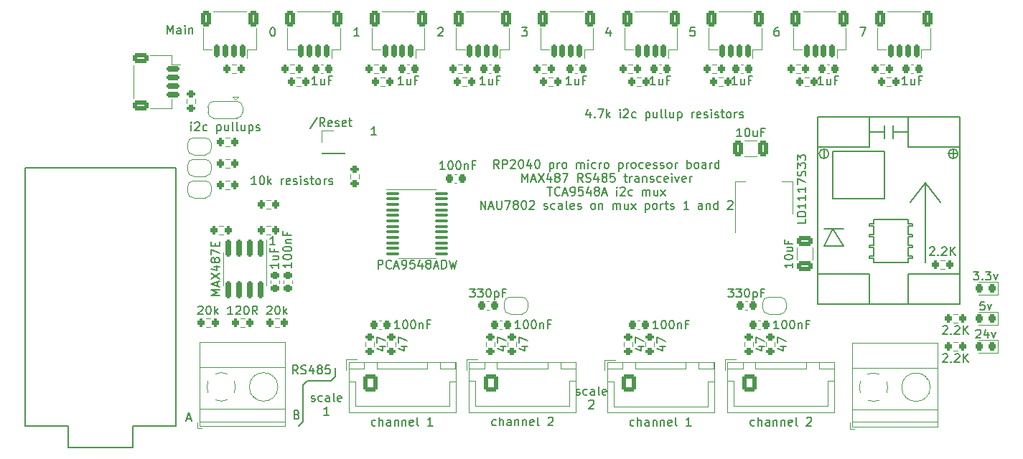
<source format=gto>
G04 #@! TF.GenerationSoftware,KiCad,Pcbnew,(6.0.0)*
G04 #@! TF.CreationDate,2022-12-27T21:52:24-05:00*
G04 #@! TF.ProjectId,rp2040 rs485 scale breakout,72703230-3430-4207-9273-343835207363,rev?*
G04 #@! TF.SameCoordinates,Original*
G04 #@! TF.FileFunction,Legend,Top*
G04 #@! TF.FilePolarity,Positive*
%FSLAX46Y46*%
G04 Gerber Fmt 4.6, Leading zero omitted, Abs format (unit mm)*
G04 Created by KiCad (PCBNEW (6.0.0)) date 2022-12-27 21:52:24*
%MOMM*%
%LPD*%
G01*
G04 APERTURE LIST*
G04 Aperture macros list*
%AMRoundRect*
0 Rectangle with rounded corners*
0 $1 Rounding radius*
0 $2 $3 $4 $5 $6 $7 $8 $9 X,Y pos of 4 corners*
0 Add a 4 corners polygon primitive as box body*
4,1,4,$2,$3,$4,$5,$6,$7,$8,$9,$2,$3,0*
0 Add four circle primitives for the rounded corners*
1,1,$1+$1,$2,$3*
1,1,$1+$1,$4,$5*
1,1,$1+$1,$6,$7*
1,1,$1+$1,$8,$9*
0 Add four rect primitives between the rounded corners*
20,1,$1+$1,$2,$3,$4,$5,0*
20,1,$1+$1,$4,$5,$6,$7,0*
20,1,$1+$1,$6,$7,$8,$9,0*
20,1,$1+$1,$8,$9,$2,$3,0*%
%AMFreePoly0*
4,1,22,0.500000,-0.750000,0.000000,-0.750000,0.000000,-0.745033,-0.079941,-0.743568,-0.215256,-0.701293,-0.333266,-0.622738,-0.424486,-0.514219,-0.481581,-0.384460,-0.499164,-0.250000,-0.500000,-0.250000,-0.500000,0.250000,-0.499164,0.250000,-0.499963,0.256109,-0.478152,0.396186,-0.417904,0.524511,-0.324060,0.630769,-0.204165,0.706417,-0.067858,0.745374,0.000000,0.744959,0.000000,0.750000,
0.500000,0.750000,0.500000,-0.750000,0.500000,-0.750000,$1*%
%AMFreePoly1*
4,1,20,0.000000,0.744959,0.073905,0.744508,0.209726,0.703889,0.328688,0.626782,0.421226,0.519385,0.479903,0.390333,0.500000,0.250000,0.500000,-0.250000,0.499851,-0.262216,0.476331,-0.402017,0.414519,-0.529596,0.319384,-0.634700,0.198574,-0.708877,0.061801,-0.746166,0.000000,-0.745033,0.000000,-0.750000,-0.500000,-0.750000,-0.500000,0.750000,0.000000,0.750000,0.000000,0.744959,
0.000000,0.744959,$1*%
%AMFreePoly2*
4,1,22,0.550000,-0.750000,0.000000,-0.750000,0.000000,-0.745033,-0.079941,-0.743568,-0.215256,-0.701293,-0.333266,-0.622738,-0.424486,-0.514219,-0.481581,-0.384460,-0.499164,-0.250000,-0.500000,-0.250000,-0.500000,0.250000,-0.499164,0.250000,-0.499963,0.256109,-0.478152,0.396186,-0.417904,0.524511,-0.324060,0.630769,-0.204165,0.706417,-0.067858,0.745374,0.000000,0.744959,0.000000,0.750000,
0.550000,0.750000,0.550000,-0.750000,0.550000,-0.750000,$1*%
%AMFreePoly3*
4,1,20,0.000000,0.744959,0.073905,0.744508,0.209726,0.703889,0.328688,0.626782,0.421226,0.519385,0.479903,0.390333,0.500000,0.250000,0.500000,-0.250000,0.499851,-0.262216,0.476331,-0.402017,0.414519,-0.529596,0.319384,-0.634700,0.198574,-0.708877,0.061801,-0.746166,0.000000,-0.745033,0.000000,-0.750000,-0.550000,-0.750000,-0.550000,0.750000,0.000000,0.750000,0.000000,0.744959,
0.000000,0.744959,$1*%
G04 Aperture macros list end*
%ADD10C,0.150000*%
%ADD11C,0.120000*%
%ADD12R,1.524000X1.524000*%
%ADD13C,1.524000*%
%ADD14R,1.600000X1.600000*%
%ADD15C,1.600000*%
%ADD16R,3.800000X2.000000*%
%ADD17R,1.500000X2.000000*%
%ADD18RoundRect,0.200000X-0.200000X-0.275000X0.200000X-0.275000X0.200000X0.275000X-0.200000X0.275000X0*%
%ADD19R,2.600000X2.600000*%
%ADD20C,2.600000*%
%ADD21RoundRect,0.218750X0.218750X0.256250X-0.218750X0.256250X-0.218750X-0.256250X0.218750X-0.256250X0*%
%ADD22RoundRect,0.250000X0.325000X0.650000X-0.325000X0.650000X-0.325000X-0.650000X0.325000X-0.650000X0*%
%ADD23RoundRect,0.250000X-0.650000X0.325000X-0.650000X-0.325000X0.650000X-0.325000X0.650000X0.325000X0*%
%ADD24RoundRect,0.200000X0.275000X-0.200000X0.275000X0.200000X-0.275000X0.200000X-0.275000X-0.200000X0*%
%ADD25RoundRect,0.200000X0.200000X0.275000X-0.200000X0.275000X-0.200000X-0.275000X0.200000X-0.275000X0*%
%ADD26FreePoly0,0.000000*%
%ADD27FreePoly1,0.000000*%
%ADD28RoundRect,0.150000X0.150000X0.625000X-0.150000X0.625000X-0.150000X-0.625000X0.150000X-0.625000X0*%
%ADD29RoundRect,0.250000X0.350000X0.650000X-0.350000X0.650000X-0.350000X-0.650000X0.350000X-0.650000X0*%
%ADD30RoundRect,0.225000X-0.225000X-0.250000X0.225000X-0.250000X0.225000X0.250000X-0.225000X0.250000X0*%
%ADD31RoundRect,0.250000X-0.600000X-0.725000X0.600000X-0.725000X0.600000X0.725000X-0.600000X0.725000X0*%
%ADD32O,1.700000X1.950000*%
%ADD33RoundRect,0.225000X0.225000X0.250000X-0.225000X0.250000X-0.225000X-0.250000X0.225000X-0.250000X0*%
%ADD34RoundRect,0.150000X-0.150000X0.825000X-0.150000X-0.825000X0.150000X-0.825000X0.150000X0.825000X0*%
%ADD35R,1.700000X1.700000*%
%ADD36RoundRect,0.225000X0.250000X-0.225000X0.250000X0.225000X-0.250000X0.225000X-0.250000X-0.225000X0*%
%ADD37FreePoly2,180.000000*%
%ADD38R,1.000000X1.500000*%
%ADD39FreePoly3,180.000000*%
%ADD40RoundRect,0.100000X-0.637500X-0.100000X0.637500X-0.100000X0.637500X0.100000X-0.637500X0.100000X0*%
%ADD41C,3.200000*%
%ADD42RoundRect,0.200000X-0.275000X0.200000X-0.275000X-0.200000X0.275000X-0.200000X0.275000X0.200000X0*%
%ADD43RoundRect,0.150000X-0.625000X0.150000X-0.625000X-0.150000X0.625000X-0.150000X0.625000X0.150000X0*%
%ADD44RoundRect,0.250000X-0.650000X0.350000X-0.650000X-0.350000X0.650000X-0.350000X0.650000X0.350000X0*%
G04 APERTURE END LIST*
D10*
X161798000Y-134366000D02*
X161290000Y-134874000D01*
X158496000Y-134874000D02*
X157988000Y-135382000D01*
X159004000Y-134874000D02*
X158496000Y-134874000D01*
X157988000Y-138176000D02*
X157988000Y-139700000D01*
X161798000Y-133350000D02*
X161798000Y-134366000D01*
X157988000Y-135382000D02*
X157988000Y-138176000D01*
X157988000Y-139700000D02*
X157480000Y-140208000D01*
X161290000Y-134874000D02*
X159004000Y-134874000D01*
X154384380Y-93178380D02*
X154479619Y-93178380D01*
X154574857Y-93226000D01*
X154622476Y-93273619D01*
X154670095Y-93368857D01*
X154717714Y-93559333D01*
X154717714Y-93797428D01*
X154670095Y-93987904D01*
X154622476Y-94083142D01*
X154574857Y-94130761D01*
X154479619Y-94178380D01*
X154384380Y-94178380D01*
X154289142Y-94130761D01*
X154241523Y-94083142D01*
X154193904Y-93987904D01*
X154146285Y-93797428D01*
X154146285Y-93559333D01*
X154193904Y-93368857D01*
X154241523Y-93273619D01*
X154289142Y-93226000D01*
X154384380Y-93178380D01*
X190238285Y-136505761D02*
X190333523Y-136553380D01*
X190524000Y-136553380D01*
X190619238Y-136505761D01*
X190666857Y-136410523D01*
X190666857Y-136362904D01*
X190619238Y-136267666D01*
X190524000Y-136220047D01*
X190381142Y-136220047D01*
X190285904Y-136172428D01*
X190238285Y-136077190D01*
X190238285Y-136029571D01*
X190285904Y-135934333D01*
X190381142Y-135886714D01*
X190524000Y-135886714D01*
X190619238Y-135934333D01*
X191524000Y-136505761D02*
X191428761Y-136553380D01*
X191238285Y-136553380D01*
X191143047Y-136505761D01*
X191095428Y-136458142D01*
X191047809Y-136362904D01*
X191047809Y-136077190D01*
X191095428Y-135981952D01*
X191143047Y-135934333D01*
X191238285Y-135886714D01*
X191428761Y-135886714D01*
X191524000Y-135934333D01*
X192381142Y-136553380D02*
X192381142Y-136029571D01*
X192333523Y-135934333D01*
X192238285Y-135886714D01*
X192047809Y-135886714D01*
X191952571Y-135934333D01*
X192381142Y-136505761D02*
X192285904Y-136553380D01*
X192047809Y-136553380D01*
X191952571Y-136505761D01*
X191904952Y-136410523D01*
X191904952Y-136315285D01*
X191952571Y-136220047D01*
X192047809Y-136172428D01*
X192285904Y-136172428D01*
X192381142Y-136124809D01*
X193000190Y-136553380D02*
X192904952Y-136505761D01*
X192857333Y-136410523D01*
X192857333Y-135553380D01*
X193762095Y-136505761D02*
X193666857Y-136553380D01*
X193476380Y-136553380D01*
X193381142Y-136505761D01*
X193333523Y-136410523D01*
X193333523Y-136029571D01*
X193381142Y-135934333D01*
X193476380Y-135886714D01*
X193666857Y-135886714D01*
X193762095Y-135934333D01*
X193809714Y-136029571D01*
X193809714Y-136124809D01*
X193333523Y-136220047D01*
X191738285Y-137258619D02*
X191785904Y-137211000D01*
X191881142Y-137163380D01*
X192119238Y-137163380D01*
X192214476Y-137211000D01*
X192262095Y-137258619D01*
X192309714Y-137353857D01*
X192309714Y-137449095D01*
X192262095Y-137591952D01*
X191690666Y-138163380D01*
X192309714Y-138163380D01*
X152503714Y-111704380D02*
X151932285Y-111704380D01*
X152218000Y-111704380D02*
X152218000Y-110704380D01*
X152122761Y-110847238D01*
X152027523Y-110942476D01*
X151932285Y-110990095D01*
X153122761Y-110704380D02*
X153218000Y-110704380D01*
X153313238Y-110752000D01*
X153360857Y-110799619D01*
X153408476Y-110894857D01*
X153456095Y-111085333D01*
X153456095Y-111323428D01*
X153408476Y-111513904D01*
X153360857Y-111609142D01*
X153313238Y-111656761D01*
X153218000Y-111704380D01*
X153122761Y-111704380D01*
X153027523Y-111656761D01*
X152979904Y-111609142D01*
X152932285Y-111513904D01*
X152884666Y-111323428D01*
X152884666Y-111085333D01*
X152932285Y-110894857D01*
X152979904Y-110799619D01*
X153027523Y-110752000D01*
X153122761Y-110704380D01*
X153884666Y-111704380D02*
X153884666Y-110704380D01*
X153979904Y-111323428D02*
X154265619Y-111704380D01*
X154265619Y-111037714D02*
X153884666Y-111418666D01*
X155456095Y-111704380D02*
X155456095Y-111037714D01*
X155456095Y-111228190D02*
X155503714Y-111132952D01*
X155551333Y-111085333D01*
X155646571Y-111037714D01*
X155741809Y-111037714D01*
X156456095Y-111656761D02*
X156360857Y-111704380D01*
X156170380Y-111704380D01*
X156075142Y-111656761D01*
X156027523Y-111561523D01*
X156027523Y-111180571D01*
X156075142Y-111085333D01*
X156170380Y-111037714D01*
X156360857Y-111037714D01*
X156456095Y-111085333D01*
X156503714Y-111180571D01*
X156503714Y-111275809D01*
X156027523Y-111371047D01*
X156884666Y-111656761D02*
X156979904Y-111704380D01*
X157170380Y-111704380D01*
X157265619Y-111656761D01*
X157313238Y-111561523D01*
X157313238Y-111513904D01*
X157265619Y-111418666D01*
X157170380Y-111371047D01*
X157027523Y-111371047D01*
X156932285Y-111323428D01*
X156884666Y-111228190D01*
X156884666Y-111180571D01*
X156932285Y-111085333D01*
X157027523Y-111037714D01*
X157170380Y-111037714D01*
X157265619Y-111085333D01*
X157741809Y-111704380D02*
X157741809Y-111037714D01*
X157741809Y-110704380D02*
X157694190Y-110752000D01*
X157741809Y-110799619D01*
X157789428Y-110752000D01*
X157741809Y-110704380D01*
X157741809Y-110799619D01*
X158170380Y-111656761D02*
X158265619Y-111704380D01*
X158456095Y-111704380D01*
X158551333Y-111656761D01*
X158598952Y-111561523D01*
X158598952Y-111513904D01*
X158551333Y-111418666D01*
X158456095Y-111371047D01*
X158313238Y-111371047D01*
X158218000Y-111323428D01*
X158170380Y-111228190D01*
X158170380Y-111180571D01*
X158218000Y-111085333D01*
X158313238Y-111037714D01*
X158456095Y-111037714D01*
X158551333Y-111085333D01*
X158884666Y-111037714D02*
X159265619Y-111037714D01*
X159027523Y-110704380D02*
X159027523Y-111561523D01*
X159075142Y-111656761D01*
X159170380Y-111704380D01*
X159265619Y-111704380D01*
X159741809Y-111704380D02*
X159646571Y-111656761D01*
X159598952Y-111609142D01*
X159551333Y-111513904D01*
X159551333Y-111228190D01*
X159598952Y-111132952D01*
X159646571Y-111085333D01*
X159741809Y-111037714D01*
X159884666Y-111037714D01*
X159979904Y-111085333D01*
X160027523Y-111132952D01*
X160075142Y-111228190D01*
X160075142Y-111513904D01*
X160027523Y-111609142D01*
X159979904Y-111656761D01*
X159884666Y-111704380D01*
X159741809Y-111704380D01*
X160503714Y-111704380D02*
X160503714Y-111037714D01*
X160503714Y-111228190D02*
X160551333Y-111132952D01*
X160598952Y-111085333D01*
X160694190Y-111037714D01*
X160789428Y-111037714D01*
X161075142Y-111656761D02*
X161170380Y-111704380D01*
X161360857Y-111704380D01*
X161456095Y-111656761D01*
X161503714Y-111561523D01*
X161503714Y-111513904D01*
X161456095Y-111418666D01*
X161360857Y-111371047D01*
X161218000Y-111371047D01*
X161122761Y-111323428D01*
X161075142Y-111228190D01*
X161075142Y-111180571D01*
X161122761Y-111085333D01*
X161218000Y-111037714D01*
X161360857Y-111037714D01*
X161456095Y-111085333D01*
X144287904Y-139358666D02*
X144764095Y-139358666D01*
X144192666Y-139644380D02*
X144526000Y-138644380D01*
X144859333Y-139644380D01*
X154717714Y-118816380D02*
X154146285Y-118816380D01*
X154432000Y-118816380D02*
X154432000Y-117816380D01*
X154336761Y-117959238D01*
X154241523Y-118054476D01*
X154146285Y-118102095D01*
X173958285Y-93273619D02*
X174005904Y-93226000D01*
X174101142Y-93178380D01*
X174339238Y-93178380D01*
X174434476Y-93226000D01*
X174482095Y-93273619D01*
X174529714Y-93368857D01*
X174529714Y-93464095D01*
X174482095Y-93606952D01*
X173910666Y-94178380D01*
X174529714Y-94178380D01*
X223694666Y-93178380D02*
X224361333Y-93178380D01*
X223932761Y-94178380D01*
X159670952Y-103798761D02*
X158813809Y-105084476D01*
X160575714Y-104846380D02*
X160242380Y-104370190D01*
X160004285Y-104846380D02*
X160004285Y-103846380D01*
X160385238Y-103846380D01*
X160480476Y-103894000D01*
X160528095Y-103941619D01*
X160575714Y-104036857D01*
X160575714Y-104179714D01*
X160528095Y-104274952D01*
X160480476Y-104322571D01*
X160385238Y-104370190D01*
X160004285Y-104370190D01*
X161385238Y-104798761D02*
X161290000Y-104846380D01*
X161099523Y-104846380D01*
X161004285Y-104798761D01*
X160956666Y-104703523D01*
X160956666Y-104322571D01*
X161004285Y-104227333D01*
X161099523Y-104179714D01*
X161290000Y-104179714D01*
X161385238Y-104227333D01*
X161432857Y-104322571D01*
X161432857Y-104417809D01*
X160956666Y-104513047D01*
X161813809Y-104798761D02*
X161909047Y-104846380D01*
X162099523Y-104846380D01*
X162194761Y-104798761D01*
X162242380Y-104703523D01*
X162242380Y-104655904D01*
X162194761Y-104560666D01*
X162099523Y-104513047D01*
X161956666Y-104513047D01*
X161861428Y-104465428D01*
X161813809Y-104370190D01*
X161813809Y-104322571D01*
X161861428Y-104227333D01*
X161956666Y-104179714D01*
X162099523Y-104179714D01*
X162194761Y-104227333D01*
X163051904Y-104798761D02*
X162956666Y-104846380D01*
X162766190Y-104846380D01*
X162670952Y-104798761D01*
X162623333Y-104703523D01*
X162623333Y-104322571D01*
X162670952Y-104227333D01*
X162766190Y-104179714D01*
X162956666Y-104179714D01*
X163051904Y-104227333D01*
X163099523Y-104322571D01*
X163099523Y-104417809D01*
X162623333Y-104513047D01*
X163385238Y-104179714D02*
X163766190Y-104179714D01*
X163528095Y-103846380D02*
X163528095Y-104703523D01*
X163575714Y-104798761D01*
X163670952Y-104846380D01*
X163766190Y-104846380D01*
X164623714Y-94178380D02*
X164052285Y-94178380D01*
X164338000Y-94178380D02*
X164338000Y-93178380D01*
X164242761Y-93321238D01*
X164147523Y-93416476D01*
X164052285Y-93464095D01*
X183816666Y-93178380D02*
X184435714Y-93178380D01*
X184102380Y-93559333D01*
X184245238Y-93559333D01*
X184340476Y-93606952D01*
X184388095Y-93654571D01*
X184435714Y-93749809D01*
X184435714Y-93987904D01*
X184388095Y-94083142D01*
X184340476Y-94130761D01*
X184245238Y-94178380D01*
X183959523Y-94178380D01*
X183864285Y-94130761D01*
X183816666Y-94083142D01*
X157408761Y-134056380D02*
X157075428Y-133580190D01*
X156837333Y-134056380D02*
X156837333Y-133056380D01*
X157218285Y-133056380D01*
X157313523Y-133104000D01*
X157361142Y-133151619D01*
X157408761Y-133246857D01*
X157408761Y-133389714D01*
X157361142Y-133484952D01*
X157313523Y-133532571D01*
X157218285Y-133580190D01*
X156837333Y-133580190D01*
X157789714Y-134008761D02*
X157932571Y-134056380D01*
X158170666Y-134056380D01*
X158265904Y-134008761D01*
X158313523Y-133961142D01*
X158361142Y-133865904D01*
X158361142Y-133770666D01*
X158313523Y-133675428D01*
X158265904Y-133627809D01*
X158170666Y-133580190D01*
X157980190Y-133532571D01*
X157884952Y-133484952D01*
X157837333Y-133437333D01*
X157789714Y-133342095D01*
X157789714Y-133246857D01*
X157837333Y-133151619D01*
X157884952Y-133104000D01*
X157980190Y-133056380D01*
X158218285Y-133056380D01*
X158361142Y-133104000D01*
X159218285Y-133389714D02*
X159218285Y-134056380D01*
X158980190Y-133008761D02*
X158742095Y-133723047D01*
X159361142Y-133723047D01*
X159884952Y-133484952D02*
X159789714Y-133437333D01*
X159742095Y-133389714D01*
X159694476Y-133294476D01*
X159694476Y-133246857D01*
X159742095Y-133151619D01*
X159789714Y-133104000D01*
X159884952Y-133056380D01*
X160075428Y-133056380D01*
X160170666Y-133104000D01*
X160218285Y-133151619D01*
X160265904Y-133246857D01*
X160265904Y-133294476D01*
X160218285Y-133389714D01*
X160170666Y-133437333D01*
X160075428Y-133484952D01*
X159884952Y-133484952D01*
X159789714Y-133532571D01*
X159742095Y-133580190D01*
X159694476Y-133675428D01*
X159694476Y-133865904D01*
X159742095Y-133961142D01*
X159789714Y-134008761D01*
X159884952Y-134056380D01*
X160075428Y-134056380D01*
X160170666Y-134008761D01*
X160218285Y-133961142D01*
X160265904Y-133865904D01*
X160265904Y-133675428D01*
X160218285Y-133580190D01*
X160170666Y-133532571D01*
X160075428Y-133484952D01*
X161170666Y-133056380D02*
X160694476Y-133056380D01*
X160646857Y-133532571D01*
X160694476Y-133484952D01*
X160789714Y-133437333D01*
X161027809Y-133437333D01*
X161123047Y-133484952D01*
X161170666Y-133532571D01*
X161218285Y-133627809D01*
X161218285Y-133865904D01*
X161170666Y-133961142D01*
X161123047Y-134008761D01*
X161027809Y-134056380D01*
X160789714Y-134056380D01*
X160694476Y-134008761D01*
X160646857Y-133961142D01*
X204200095Y-93178380D02*
X203723904Y-93178380D01*
X203676285Y-93654571D01*
X203723904Y-93606952D01*
X203819142Y-93559333D01*
X204057238Y-93559333D01*
X204152476Y-93606952D01*
X204200095Y-93654571D01*
X204247714Y-93749809D01*
X204247714Y-93987904D01*
X204200095Y-94083142D01*
X204152476Y-94130761D01*
X204057238Y-94178380D01*
X203819142Y-94178380D01*
X203723904Y-94130761D01*
X203676285Y-94083142D01*
X181111523Y-109797380D02*
X180778190Y-109321190D01*
X180540095Y-109797380D02*
X180540095Y-108797380D01*
X180921047Y-108797380D01*
X181016285Y-108845000D01*
X181063904Y-108892619D01*
X181111523Y-108987857D01*
X181111523Y-109130714D01*
X181063904Y-109225952D01*
X181016285Y-109273571D01*
X180921047Y-109321190D01*
X180540095Y-109321190D01*
X181540095Y-109797380D02*
X181540095Y-108797380D01*
X181921047Y-108797380D01*
X182016285Y-108845000D01*
X182063904Y-108892619D01*
X182111523Y-108987857D01*
X182111523Y-109130714D01*
X182063904Y-109225952D01*
X182016285Y-109273571D01*
X181921047Y-109321190D01*
X181540095Y-109321190D01*
X182492476Y-108892619D02*
X182540095Y-108845000D01*
X182635333Y-108797380D01*
X182873428Y-108797380D01*
X182968666Y-108845000D01*
X183016285Y-108892619D01*
X183063904Y-108987857D01*
X183063904Y-109083095D01*
X183016285Y-109225952D01*
X182444857Y-109797380D01*
X183063904Y-109797380D01*
X183682952Y-108797380D02*
X183778190Y-108797380D01*
X183873428Y-108845000D01*
X183921047Y-108892619D01*
X183968666Y-108987857D01*
X184016285Y-109178333D01*
X184016285Y-109416428D01*
X183968666Y-109606904D01*
X183921047Y-109702142D01*
X183873428Y-109749761D01*
X183778190Y-109797380D01*
X183682952Y-109797380D01*
X183587714Y-109749761D01*
X183540095Y-109702142D01*
X183492476Y-109606904D01*
X183444857Y-109416428D01*
X183444857Y-109178333D01*
X183492476Y-108987857D01*
X183540095Y-108892619D01*
X183587714Y-108845000D01*
X183682952Y-108797380D01*
X184873428Y-109130714D02*
X184873428Y-109797380D01*
X184635333Y-108749761D02*
X184397238Y-109464047D01*
X185016285Y-109464047D01*
X185587714Y-108797380D02*
X185682952Y-108797380D01*
X185778190Y-108845000D01*
X185825809Y-108892619D01*
X185873428Y-108987857D01*
X185921047Y-109178333D01*
X185921047Y-109416428D01*
X185873428Y-109606904D01*
X185825809Y-109702142D01*
X185778190Y-109749761D01*
X185682952Y-109797380D01*
X185587714Y-109797380D01*
X185492476Y-109749761D01*
X185444857Y-109702142D01*
X185397238Y-109606904D01*
X185349619Y-109416428D01*
X185349619Y-109178333D01*
X185397238Y-108987857D01*
X185444857Y-108892619D01*
X185492476Y-108845000D01*
X185587714Y-108797380D01*
X187111523Y-109130714D02*
X187111523Y-110130714D01*
X187111523Y-109178333D02*
X187206761Y-109130714D01*
X187397238Y-109130714D01*
X187492476Y-109178333D01*
X187540095Y-109225952D01*
X187587714Y-109321190D01*
X187587714Y-109606904D01*
X187540095Y-109702142D01*
X187492476Y-109749761D01*
X187397238Y-109797380D01*
X187206761Y-109797380D01*
X187111523Y-109749761D01*
X188016285Y-109797380D02*
X188016285Y-109130714D01*
X188016285Y-109321190D02*
X188063904Y-109225952D01*
X188111523Y-109178333D01*
X188206761Y-109130714D01*
X188302000Y-109130714D01*
X188778190Y-109797380D02*
X188682952Y-109749761D01*
X188635333Y-109702142D01*
X188587714Y-109606904D01*
X188587714Y-109321190D01*
X188635333Y-109225952D01*
X188682952Y-109178333D01*
X188778190Y-109130714D01*
X188921047Y-109130714D01*
X189016285Y-109178333D01*
X189063904Y-109225952D01*
X189111523Y-109321190D01*
X189111523Y-109606904D01*
X189063904Y-109702142D01*
X189016285Y-109749761D01*
X188921047Y-109797380D01*
X188778190Y-109797380D01*
X190302000Y-109797380D02*
X190302000Y-109130714D01*
X190302000Y-109225952D02*
X190349619Y-109178333D01*
X190444857Y-109130714D01*
X190587714Y-109130714D01*
X190682952Y-109178333D01*
X190730571Y-109273571D01*
X190730571Y-109797380D01*
X190730571Y-109273571D02*
X190778190Y-109178333D01*
X190873428Y-109130714D01*
X191016285Y-109130714D01*
X191111523Y-109178333D01*
X191159142Y-109273571D01*
X191159142Y-109797380D01*
X191635333Y-109797380D02*
X191635333Y-109130714D01*
X191635333Y-108797380D02*
X191587714Y-108845000D01*
X191635333Y-108892619D01*
X191682952Y-108845000D01*
X191635333Y-108797380D01*
X191635333Y-108892619D01*
X192540095Y-109749761D02*
X192444857Y-109797380D01*
X192254380Y-109797380D01*
X192159142Y-109749761D01*
X192111523Y-109702142D01*
X192063904Y-109606904D01*
X192063904Y-109321190D01*
X192111523Y-109225952D01*
X192159142Y-109178333D01*
X192254380Y-109130714D01*
X192444857Y-109130714D01*
X192540095Y-109178333D01*
X192968666Y-109797380D02*
X192968666Y-109130714D01*
X192968666Y-109321190D02*
X193016285Y-109225952D01*
X193063904Y-109178333D01*
X193159142Y-109130714D01*
X193254380Y-109130714D01*
X193730571Y-109797380D02*
X193635333Y-109749761D01*
X193587714Y-109702142D01*
X193540095Y-109606904D01*
X193540095Y-109321190D01*
X193587714Y-109225952D01*
X193635333Y-109178333D01*
X193730571Y-109130714D01*
X193873428Y-109130714D01*
X193968666Y-109178333D01*
X194016285Y-109225952D01*
X194063904Y-109321190D01*
X194063904Y-109606904D01*
X194016285Y-109702142D01*
X193968666Y-109749761D01*
X193873428Y-109797380D01*
X193730571Y-109797380D01*
X195254380Y-109130714D02*
X195254380Y-110130714D01*
X195254380Y-109178333D02*
X195349619Y-109130714D01*
X195540095Y-109130714D01*
X195635333Y-109178333D01*
X195682952Y-109225952D01*
X195730571Y-109321190D01*
X195730571Y-109606904D01*
X195682952Y-109702142D01*
X195635333Y-109749761D01*
X195540095Y-109797380D01*
X195349619Y-109797380D01*
X195254380Y-109749761D01*
X196159142Y-109797380D02*
X196159142Y-109130714D01*
X196159142Y-109321190D02*
X196206761Y-109225952D01*
X196254380Y-109178333D01*
X196349619Y-109130714D01*
X196444857Y-109130714D01*
X196921047Y-109797380D02*
X196825809Y-109749761D01*
X196778190Y-109702142D01*
X196730571Y-109606904D01*
X196730571Y-109321190D01*
X196778190Y-109225952D01*
X196825809Y-109178333D01*
X196921047Y-109130714D01*
X197063904Y-109130714D01*
X197159142Y-109178333D01*
X197206761Y-109225952D01*
X197254380Y-109321190D01*
X197254380Y-109606904D01*
X197206761Y-109702142D01*
X197159142Y-109749761D01*
X197063904Y-109797380D01*
X196921047Y-109797380D01*
X198111523Y-109749761D02*
X198016285Y-109797380D01*
X197825809Y-109797380D01*
X197730571Y-109749761D01*
X197682952Y-109702142D01*
X197635333Y-109606904D01*
X197635333Y-109321190D01*
X197682952Y-109225952D01*
X197730571Y-109178333D01*
X197825809Y-109130714D01*
X198016285Y-109130714D01*
X198111523Y-109178333D01*
X198921047Y-109749761D02*
X198825809Y-109797380D01*
X198635333Y-109797380D01*
X198540095Y-109749761D01*
X198492476Y-109654523D01*
X198492476Y-109273571D01*
X198540095Y-109178333D01*
X198635333Y-109130714D01*
X198825809Y-109130714D01*
X198921047Y-109178333D01*
X198968666Y-109273571D01*
X198968666Y-109368809D01*
X198492476Y-109464047D01*
X199349619Y-109749761D02*
X199444857Y-109797380D01*
X199635333Y-109797380D01*
X199730571Y-109749761D01*
X199778190Y-109654523D01*
X199778190Y-109606904D01*
X199730571Y-109511666D01*
X199635333Y-109464047D01*
X199492476Y-109464047D01*
X199397238Y-109416428D01*
X199349619Y-109321190D01*
X199349619Y-109273571D01*
X199397238Y-109178333D01*
X199492476Y-109130714D01*
X199635333Y-109130714D01*
X199730571Y-109178333D01*
X200159142Y-109749761D02*
X200254380Y-109797380D01*
X200444857Y-109797380D01*
X200540095Y-109749761D01*
X200587714Y-109654523D01*
X200587714Y-109606904D01*
X200540095Y-109511666D01*
X200444857Y-109464047D01*
X200302000Y-109464047D01*
X200206761Y-109416428D01*
X200159142Y-109321190D01*
X200159142Y-109273571D01*
X200206761Y-109178333D01*
X200302000Y-109130714D01*
X200444857Y-109130714D01*
X200540095Y-109178333D01*
X201159142Y-109797380D02*
X201063904Y-109749761D01*
X201016285Y-109702142D01*
X200968666Y-109606904D01*
X200968666Y-109321190D01*
X201016285Y-109225952D01*
X201063904Y-109178333D01*
X201159142Y-109130714D01*
X201302000Y-109130714D01*
X201397238Y-109178333D01*
X201444857Y-109225952D01*
X201492476Y-109321190D01*
X201492476Y-109606904D01*
X201444857Y-109702142D01*
X201397238Y-109749761D01*
X201302000Y-109797380D01*
X201159142Y-109797380D01*
X201921047Y-109797380D02*
X201921047Y-109130714D01*
X201921047Y-109321190D02*
X201968666Y-109225952D01*
X202016285Y-109178333D01*
X202111523Y-109130714D01*
X202206761Y-109130714D01*
X203302000Y-109797380D02*
X203302000Y-108797380D01*
X203302000Y-109178333D02*
X203397238Y-109130714D01*
X203587714Y-109130714D01*
X203682952Y-109178333D01*
X203730571Y-109225952D01*
X203778190Y-109321190D01*
X203778190Y-109606904D01*
X203730571Y-109702142D01*
X203682952Y-109749761D01*
X203587714Y-109797380D01*
X203397238Y-109797380D01*
X203302000Y-109749761D01*
X204349619Y-109797380D02*
X204254380Y-109749761D01*
X204206761Y-109702142D01*
X204159142Y-109606904D01*
X204159142Y-109321190D01*
X204206761Y-109225952D01*
X204254380Y-109178333D01*
X204349619Y-109130714D01*
X204492476Y-109130714D01*
X204587714Y-109178333D01*
X204635333Y-109225952D01*
X204682952Y-109321190D01*
X204682952Y-109606904D01*
X204635333Y-109702142D01*
X204587714Y-109749761D01*
X204492476Y-109797380D01*
X204349619Y-109797380D01*
X205540095Y-109797380D02*
X205540095Y-109273571D01*
X205492476Y-109178333D01*
X205397238Y-109130714D01*
X205206761Y-109130714D01*
X205111523Y-109178333D01*
X205540095Y-109749761D02*
X205444857Y-109797380D01*
X205206761Y-109797380D01*
X205111523Y-109749761D01*
X205063904Y-109654523D01*
X205063904Y-109559285D01*
X205111523Y-109464047D01*
X205206761Y-109416428D01*
X205444857Y-109416428D01*
X205540095Y-109368809D01*
X206016285Y-109797380D02*
X206016285Y-109130714D01*
X206016285Y-109321190D02*
X206063904Y-109225952D01*
X206111523Y-109178333D01*
X206206761Y-109130714D01*
X206302000Y-109130714D01*
X207063904Y-109797380D02*
X207063904Y-108797380D01*
X207063904Y-109749761D02*
X206968666Y-109797380D01*
X206778190Y-109797380D01*
X206682952Y-109749761D01*
X206635333Y-109702142D01*
X206587714Y-109606904D01*
X206587714Y-109321190D01*
X206635333Y-109225952D01*
X206682952Y-109178333D01*
X206778190Y-109130714D01*
X206968666Y-109130714D01*
X207063904Y-109178333D01*
X183849619Y-111407380D02*
X183849619Y-110407380D01*
X184182952Y-111121666D01*
X184516285Y-110407380D01*
X184516285Y-111407380D01*
X184944857Y-111121666D02*
X185421047Y-111121666D01*
X184849619Y-111407380D02*
X185182952Y-110407380D01*
X185516285Y-111407380D01*
X185754380Y-110407380D02*
X186421047Y-111407380D01*
X186421047Y-110407380D02*
X185754380Y-111407380D01*
X187230571Y-110740714D02*
X187230571Y-111407380D01*
X186992476Y-110359761D02*
X186754380Y-111074047D01*
X187373428Y-111074047D01*
X187897238Y-110835952D02*
X187802000Y-110788333D01*
X187754380Y-110740714D01*
X187706761Y-110645476D01*
X187706761Y-110597857D01*
X187754380Y-110502619D01*
X187802000Y-110455000D01*
X187897238Y-110407380D01*
X188087714Y-110407380D01*
X188182952Y-110455000D01*
X188230571Y-110502619D01*
X188278190Y-110597857D01*
X188278190Y-110645476D01*
X188230571Y-110740714D01*
X188182952Y-110788333D01*
X188087714Y-110835952D01*
X187897238Y-110835952D01*
X187802000Y-110883571D01*
X187754380Y-110931190D01*
X187706761Y-111026428D01*
X187706761Y-111216904D01*
X187754380Y-111312142D01*
X187802000Y-111359761D01*
X187897238Y-111407380D01*
X188087714Y-111407380D01*
X188182952Y-111359761D01*
X188230571Y-111312142D01*
X188278190Y-111216904D01*
X188278190Y-111026428D01*
X188230571Y-110931190D01*
X188182952Y-110883571D01*
X188087714Y-110835952D01*
X188611523Y-110407380D02*
X189278190Y-110407380D01*
X188849619Y-111407380D01*
X190992476Y-111407380D02*
X190659142Y-110931190D01*
X190421047Y-111407380D02*
X190421047Y-110407380D01*
X190802000Y-110407380D01*
X190897238Y-110455000D01*
X190944857Y-110502619D01*
X190992476Y-110597857D01*
X190992476Y-110740714D01*
X190944857Y-110835952D01*
X190897238Y-110883571D01*
X190802000Y-110931190D01*
X190421047Y-110931190D01*
X191373428Y-111359761D02*
X191516285Y-111407380D01*
X191754380Y-111407380D01*
X191849619Y-111359761D01*
X191897238Y-111312142D01*
X191944857Y-111216904D01*
X191944857Y-111121666D01*
X191897238Y-111026428D01*
X191849619Y-110978809D01*
X191754380Y-110931190D01*
X191563904Y-110883571D01*
X191468666Y-110835952D01*
X191421047Y-110788333D01*
X191373428Y-110693095D01*
X191373428Y-110597857D01*
X191421047Y-110502619D01*
X191468666Y-110455000D01*
X191563904Y-110407380D01*
X191802000Y-110407380D01*
X191944857Y-110455000D01*
X192802000Y-110740714D02*
X192802000Y-111407380D01*
X192563904Y-110359761D02*
X192325809Y-111074047D01*
X192944857Y-111074047D01*
X193468666Y-110835952D02*
X193373428Y-110788333D01*
X193325809Y-110740714D01*
X193278190Y-110645476D01*
X193278190Y-110597857D01*
X193325809Y-110502619D01*
X193373428Y-110455000D01*
X193468666Y-110407380D01*
X193659142Y-110407380D01*
X193754380Y-110455000D01*
X193802000Y-110502619D01*
X193849619Y-110597857D01*
X193849619Y-110645476D01*
X193802000Y-110740714D01*
X193754380Y-110788333D01*
X193659142Y-110835952D01*
X193468666Y-110835952D01*
X193373428Y-110883571D01*
X193325809Y-110931190D01*
X193278190Y-111026428D01*
X193278190Y-111216904D01*
X193325809Y-111312142D01*
X193373428Y-111359761D01*
X193468666Y-111407380D01*
X193659142Y-111407380D01*
X193754380Y-111359761D01*
X193802000Y-111312142D01*
X193849619Y-111216904D01*
X193849619Y-111026428D01*
X193802000Y-110931190D01*
X193754380Y-110883571D01*
X193659142Y-110835952D01*
X194754380Y-110407380D02*
X194278190Y-110407380D01*
X194230571Y-110883571D01*
X194278190Y-110835952D01*
X194373428Y-110788333D01*
X194611523Y-110788333D01*
X194706761Y-110835952D01*
X194754380Y-110883571D01*
X194802000Y-110978809D01*
X194802000Y-111216904D01*
X194754380Y-111312142D01*
X194706761Y-111359761D01*
X194611523Y-111407380D01*
X194373428Y-111407380D01*
X194278190Y-111359761D01*
X194230571Y-111312142D01*
X195849619Y-110740714D02*
X196230571Y-110740714D01*
X195992476Y-110407380D02*
X195992476Y-111264523D01*
X196040095Y-111359761D01*
X196135333Y-111407380D01*
X196230571Y-111407380D01*
X196563904Y-111407380D02*
X196563904Y-110740714D01*
X196563904Y-110931190D02*
X196611523Y-110835952D01*
X196659142Y-110788333D01*
X196754380Y-110740714D01*
X196849619Y-110740714D01*
X197611523Y-111407380D02*
X197611523Y-110883571D01*
X197563904Y-110788333D01*
X197468666Y-110740714D01*
X197278190Y-110740714D01*
X197182952Y-110788333D01*
X197611523Y-111359761D02*
X197516285Y-111407380D01*
X197278190Y-111407380D01*
X197182952Y-111359761D01*
X197135333Y-111264523D01*
X197135333Y-111169285D01*
X197182952Y-111074047D01*
X197278190Y-111026428D01*
X197516285Y-111026428D01*
X197611523Y-110978809D01*
X198087714Y-110740714D02*
X198087714Y-111407380D01*
X198087714Y-110835952D02*
X198135333Y-110788333D01*
X198230571Y-110740714D01*
X198373428Y-110740714D01*
X198468666Y-110788333D01*
X198516285Y-110883571D01*
X198516285Y-111407380D01*
X198944857Y-111359761D02*
X199040095Y-111407380D01*
X199230571Y-111407380D01*
X199325809Y-111359761D01*
X199373428Y-111264523D01*
X199373428Y-111216904D01*
X199325809Y-111121666D01*
X199230571Y-111074047D01*
X199087714Y-111074047D01*
X198992476Y-111026428D01*
X198944857Y-110931190D01*
X198944857Y-110883571D01*
X198992476Y-110788333D01*
X199087714Y-110740714D01*
X199230571Y-110740714D01*
X199325809Y-110788333D01*
X200230571Y-111359761D02*
X200135333Y-111407380D01*
X199944857Y-111407380D01*
X199849619Y-111359761D01*
X199802000Y-111312142D01*
X199754380Y-111216904D01*
X199754380Y-110931190D01*
X199802000Y-110835952D01*
X199849619Y-110788333D01*
X199944857Y-110740714D01*
X200135333Y-110740714D01*
X200230571Y-110788333D01*
X201040095Y-111359761D02*
X200944857Y-111407380D01*
X200754380Y-111407380D01*
X200659142Y-111359761D01*
X200611523Y-111264523D01*
X200611523Y-110883571D01*
X200659142Y-110788333D01*
X200754380Y-110740714D01*
X200944857Y-110740714D01*
X201040095Y-110788333D01*
X201087714Y-110883571D01*
X201087714Y-110978809D01*
X200611523Y-111074047D01*
X201516285Y-111407380D02*
X201516285Y-110740714D01*
X201516285Y-110407380D02*
X201468666Y-110455000D01*
X201516285Y-110502619D01*
X201563904Y-110455000D01*
X201516285Y-110407380D01*
X201516285Y-110502619D01*
X201897238Y-110740714D02*
X202135333Y-111407380D01*
X202373428Y-110740714D01*
X203135333Y-111359761D02*
X203040095Y-111407380D01*
X202849619Y-111407380D01*
X202754380Y-111359761D01*
X202706761Y-111264523D01*
X202706761Y-110883571D01*
X202754380Y-110788333D01*
X202849619Y-110740714D01*
X203040095Y-110740714D01*
X203135333Y-110788333D01*
X203182952Y-110883571D01*
X203182952Y-110978809D01*
X202706761Y-111074047D01*
X203611523Y-111407380D02*
X203611523Y-110740714D01*
X203611523Y-110931190D02*
X203659142Y-110835952D01*
X203706761Y-110788333D01*
X203802000Y-110740714D01*
X203897238Y-110740714D01*
X186825809Y-112017380D02*
X187397238Y-112017380D01*
X187111523Y-113017380D02*
X187111523Y-112017380D01*
X188302000Y-112922142D02*
X188254380Y-112969761D01*
X188111523Y-113017380D01*
X188016285Y-113017380D01*
X187873428Y-112969761D01*
X187778190Y-112874523D01*
X187730571Y-112779285D01*
X187682952Y-112588809D01*
X187682952Y-112445952D01*
X187730571Y-112255476D01*
X187778190Y-112160238D01*
X187873428Y-112065000D01*
X188016285Y-112017380D01*
X188111523Y-112017380D01*
X188254380Y-112065000D01*
X188302000Y-112112619D01*
X188682952Y-112731666D02*
X189159142Y-112731666D01*
X188587714Y-113017380D02*
X188921047Y-112017380D01*
X189254380Y-113017380D01*
X189635333Y-113017380D02*
X189825809Y-113017380D01*
X189921047Y-112969761D01*
X189968666Y-112922142D01*
X190063904Y-112779285D01*
X190111523Y-112588809D01*
X190111523Y-112207857D01*
X190063904Y-112112619D01*
X190016285Y-112065000D01*
X189921047Y-112017380D01*
X189730571Y-112017380D01*
X189635333Y-112065000D01*
X189587714Y-112112619D01*
X189540095Y-112207857D01*
X189540095Y-112445952D01*
X189587714Y-112541190D01*
X189635333Y-112588809D01*
X189730571Y-112636428D01*
X189921047Y-112636428D01*
X190016285Y-112588809D01*
X190063904Y-112541190D01*
X190111523Y-112445952D01*
X191016285Y-112017380D02*
X190540095Y-112017380D01*
X190492476Y-112493571D01*
X190540095Y-112445952D01*
X190635333Y-112398333D01*
X190873428Y-112398333D01*
X190968666Y-112445952D01*
X191016285Y-112493571D01*
X191063904Y-112588809D01*
X191063904Y-112826904D01*
X191016285Y-112922142D01*
X190968666Y-112969761D01*
X190873428Y-113017380D01*
X190635333Y-113017380D01*
X190540095Y-112969761D01*
X190492476Y-112922142D01*
X191921047Y-112350714D02*
X191921047Y-113017380D01*
X191682952Y-111969761D02*
X191444857Y-112684047D01*
X192063904Y-112684047D01*
X192587714Y-112445952D02*
X192492476Y-112398333D01*
X192444857Y-112350714D01*
X192397238Y-112255476D01*
X192397238Y-112207857D01*
X192444857Y-112112619D01*
X192492476Y-112065000D01*
X192587714Y-112017380D01*
X192778190Y-112017380D01*
X192873428Y-112065000D01*
X192921047Y-112112619D01*
X192968666Y-112207857D01*
X192968666Y-112255476D01*
X192921047Y-112350714D01*
X192873428Y-112398333D01*
X192778190Y-112445952D01*
X192587714Y-112445952D01*
X192492476Y-112493571D01*
X192444857Y-112541190D01*
X192397238Y-112636428D01*
X192397238Y-112826904D01*
X192444857Y-112922142D01*
X192492476Y-112969761D01*
X192587714Y-113017380D01*
X192778190Y-113017380D01*
X192873428Y-112969761D01*
X192921047Y-112922142D01*
X192968666Y-112826904D01*
X192968666Y-112636428D01*
X192921047Y-112541190D01*
X192873428Y-112493571D01*
X192778190Y-112445952D01*
X193349619Y-112731666D02*
X193825809Y-112731666D01*
X193254380Y-113017380D02*
X193587714Y-112017380D01*
X193921047Y-113017380D01*
X195016285Y-113017380D02*
X195016285Y-112350714D01*
X195016285Y-112017380D02*
X194968666Y-112065000D01*
X195016285Y-112112619D01*
X195063904Y-112065000D01*
X195016285Y-112017380D01*
X195016285Y-112112619D01*
X195444857Y-112112619D02*
X195492476Y-112065000D01*
X195587714Y-112017380D01*
X195825809Y-112017380D01*
X195921047Y-112065000D01*
X195968666Y-112112619D01*
X196016285Y-112207857D01*
X196016285Y-112303095D01*
X195968666Y-112445952D01*
X195397238Y-113017380D01*
X196016285Y-113017380D01*
X196873428Y-112969761D02*
X196778190Y-113017380D01*
X196587714Y-113017380D01*
X196492476Y-112969761D01*
X196444857Y-112922142D01*
X196397238Y-112826904D01*
X196397238Y-112541190D01*
X196444857Y-112445952D01*
X196492476Y-112398333D01*
X196587714Y-112350714D01*
X196778190Y-112350714D01*
X196873428Y-112398333D01*
X198063904Y-113017380D02*
X198063904Y-112350714D01*
X198063904Y-112445952D02*
X198111523Y-112398333D01*
X198206761Y-112350714D01*
X198349619Y-112350714D01*
X198444857Y-112398333D01*
X198492476Y-112493571D01*
X198492476Y-113017380D01*
X198492476Y-112493571D02*
X198540095Y-112398333D01*
X198635333Y-112350714D01*
X198778190Y-112350714D01*
X198873428Y-112398333D01*
X198921047Y-112493571D01*
X198921047Y-113017380D01*
X199825809Y-112350714D02*
X199825809Y-113017380D01*
X199397238Y-112350714D02*
X199397238Y-112874523D01*
X199444857Y-112969761D01*
X199540095Y-113017380D01*
X199682952Y-113017380D01*
X199778190Y-112969761D01*
X199825809Y-112922142D01*
X200206761Y-113017380D02*
X200730571Y-112350714D01*
X200206761Y-112350714D02*
X200730571Y-113017380D01*
X178968666Y-114627380D02*
X178968666Y-113627380D01*
X179540095Y-114627380D01*
X179540095Y-113627380D01*
X179968666Y-114341666D02*
X180444857Y-114341666D01*
X179873428Y-114627380D02*
X180206761Y-113627380D01*
X180540095Y-114627380D01*
X180873428Y-113627380D02*
X180873428Y-114436904D01*
X180921047Y-114532142D01*
X180968666Y-114579761D01*
X181063904Y-114627380D01*
X181254380Y-114627380D01*
X181349619Y-114579761D01*
X181397238Y-114532142D01*
X181444857Y-114436904D01*
X181444857Y-113627380D01*
X181825809Y-113627380D02*
X182492476Y-113627380D01*
X182063904Y-114627380D01*
X183016285Y-114055952D02*
X182921047Y-114008333D01*
X182873428Y-113960714D01*
X182825809Y-113865476D01*
X182825809Y-113817857D01*
X182873428Y-113722619D01*
X182921047Y-113675000D01*
X183016285Y-113627380D01*
X183206761Y-113627380D01*
X183302000Y-113675000D01*
X183349619Y-113722619D01*
X183397238Y-113817857D01*
X183397238Y-113865476D01*
X183349619Y-113960714D01*
X183302000Y-114008333D01*
X183206761Y-114055952D01*
X183016285Y-114055952D01*
X182921047Y-114103571D01*
X182873428Y-114151190D01*
X182825809Y-114246428D01*
X182825809Y-114436904D01*
X182873428Y-114532142D01*
X182921047Y-114579761D01*
X183016285Y-114627380D01*
X183206761Y-114627380D01*
X183302000Y-114579761D01*
X183349619Y-114532142D01*
X183397238Y-114436904D01*
X183397238Y-114246428D01*
X183349619Y-114151190D01*
X183302000Y-114103571D01*
X183206761Y-114055952D01*
X184016285Y-113627380D02*
X184111523Y-113627380D01*
X184206761Y-113675000D01*
X184254380Y-113722619D01*
X184302000Y-113817857D01*
X184349619Y-114008333D01*
X184349619Y-114246428D01*
X184302000Y-114436904D01*
X184254380Y-114532142D01*
X184206761Y-114579761D01*
X184111523Y-114627380D01*
X184016285Y-114627380D01*
X183921047Y-114579761D01*
X183873428Y-114532142D01*
X183825809Y-114436904D01*
X183778190Y-114246428D01*
X183778190Y-114008333D01*
X183825809Y-113817857D01*
X183873428Y-113722619D01*
X183921047Y-113675000D01*
X184016285Y-113627380D01*
X184730571Y-113722619D02*
X184778190Y-113675000D01*
X184873428Y-113627380D01*
X185111523Y-113627380D01*
X185206761Y-113675000D01*
X185254380Y-113722619D01*
X185302000Y-113817857D01*
X185302000Y-113913095D01*
X185254380Y-114055952D01*
X184682952Y-114627380D01*
X185302000Y-114627380D01*
X186444857Y-114579761D02*
X186540095Y-114627380D01*
X186730571Y-114627380D01*
X186825809Y-114579761D01*
X186873428Y-114484523D01*
X186873428Y-114436904D01*
X186825809Y-114341666D01*
X186730571Y-114294047D01*
X186587714Y-114294047D01*
X186492476Y-114246428D01*
X186444857Y-114151190D01*
X186444857Y-114103571D01*
X186492476Y-114008333D01*
X186587714Y-113960714D01*
X186730571Y-113960714D01*
X186825809Y-114008333D01*
X187730571Y-114579761D02*
X187635333Y-114627380D01*
X187444857Y-114627380D01*
X187349619Y-114579761D01*
X187302000Y-114532142D01*
X187254380Y-114436904D01*
X187254380Y-114151190D01*
X187302000Y-114055952D01*
X187349619Y-114008333D01*
X187444857Y-113960714D01*
X187635333Y-113960714D01*
X187730571Y-114008333D01*
X188587714Y-114627380D02*
X188587714Y-114103571D01*
X188540095Y-114008333D01*
X188444857Y-113960714D01*
X188254380Y-113960714D01*
X188159142Y-114008333D01*
X188587714Y-114579761D02*
X188492476Y-114627380D01*
X188254380Y-114627380D01*
X188159142Y-114579761D01*
X188111523Y-114484523D01*
X188111523Y-114389285D01*
X188159142Y-114294047D01*
X188254380Y-114246428D01*
X188492476Y-114246428D01*
X188587714Y-114198809D01*
X189206761Y-114627380D02*
X189111523Y-114579761D01*
X189063904Y-114484523D01*
X189063904Y-113627380D01*
X189968666Y-114579761D02*
X189873428Y-114627380D01*
X189682952Y-114627380D01*
X189587714Y-114579761D01*
X189540095Y-114484523D01*
X189540095Y-114103571D01*
X189587714Y-114008333D01*
X189682952Y-113960714D01*
X189873428Y-113960714D01*
X189968666Y-114008333D01*
X190016285Y-114103571D01*
X190016285Y-114198809D01*
X189540095Y-114294047D01*
X190397238Y-114579761D02*
X190492476Y-114627380D01*
X190682952Y-114627380D01*
X190778190Y-114579761D01*
X190825809Y-114484523D01*
X190825809Y-114436904D01*
X190778190Y-114341666D01*
X190682952Y-114294047D01*
X190540095Y-114294047D01*
X190444857Y-114246428D01*
X190397238Y-114151190D01*
X190397238Y-114103571D01*
X190444857Y-114008333D01*
X190540095Y-113960714D01*
X190682952Y-113960714D01*
X190778190Y-114008333D01*
X192159142Y-114627380D02*
X192063904Y-114579761D01*
X192016285Y-114532142D01*
X191968666Y-114436904D01*
X191968666Y-114151190D01*
X192016285Y-114055952D01*
X192063904Y-114008333D01*
X192159142Y-113960714D01*
X192302000Y-113960714D01*
X192397238Y-114008333D01*
X192444857Y-114055952D01*
X192492476Y-114151190D01*
X192492476Y-114436904D01*
X192444857Y-114532142D01*
X192397238Y-114579761D01*
X192302000Y-114627380D01*
X192159142Y-114627380D01*
X192921047Y-113960714D02*
X192921047Y-114627380D01*
X192921047Y-114055952D02*
X192968666Y-114008333D01*
X193063904Y-113960714D01*
X193206761Y-113960714D01*
X193302000Y-114008333D01*
X193349619Y-114103571D01*
X193349619Y-114627380D01*
X194587714Y-114627380D02*
X194587714Y-113960714D01*
X194587714Y-114055952D02*
X194635333Y-114008333D01*
X194730571Y-113960714D01*
X194873428Y-113960714D01*
X194968666Y-114008333D01*
X195016285Y-114103571D01*
X195016285Y-114627380D01*
X195016285Y-114103571D02*
X195063904Y-114008333D01*
X195159142Y-113960714D01*
X195302000Y-113960714D01*
X195397238Y-114008333D01*
X195444857Y-114103571D01*
X195444857Y-114627380D01*
X196349619Y-113960714D02*
X196349619Y-114627380D01*
X195921047Y-113960714D02*
X195921047Y-114484523D01*
X195968666Y-114579761D01*
X196063904Y-114627380D01*
X196206761Y-114627380D01*
X196302000Y-114579761D01*
X196349619Y-114532142D01*
X196730571Y-114627380D02*
X197254380Y-113960714D01*
X196730571Y-113960714D02*
X197254380Y-114627380D01*
X198397238Y-113960714D02*
X198397238Y-114960714D01*
X198397238Y-114008333D02*
X198492476Y-113960714D01*
X198682952Y-113960714D01*
X198778190Y-114008333D01*
X198825809Y-114055952D01*
X198873428Y-114151190D01*
X198873428Y-114436904D01*
X198825809Y-114532142D01*
X198778190Y-114579761D01*
X198682952Y-114627380D01*
X198492476Y-114627380D01*
X198397238Y-114579761D01*
X199444857Y-114627380D02*
X199349619Y-114579761D01*
X199302000Y-114532142D01*
X199254380Y-114436904D01*
X199254380Y-114151190D01*
X199302000Y-114055952D01*
X199349619Y-114008333D01*
X199444857Y-113960714D01*
X199587714Y-113960714D01*
X199682952Y-114008333D01*
X199730571Y-114055952D01*
X199778190Y-114151190D01*
X199778190Y-114436904D01*
X199730571Y-114532142D01*
X199682952Y-114579761D01*
X199587714Y-114627380D01*
X199444857Y-114627380D01*
X200206761Y-114627380D02*
X200206761Y-113960714D01*
X200206761Y-114151190D02*
X200254380Y-114055952D01*
X200302000Y-114008333D01*
X200397238Y-113960714D01*
X200492476Y-113960714D01*
X200682952Y-113960714D02*
X201063904Y-113960714D01*
X200825809Y-113627380D02*
X200825809Y-114484523D01*
X200873428Y-114579761D01*
X200968666Y-114627380D01*
X201063904Y-114627380D01*
X201349619Y-114579761D02*
X201444857Y-114627380D01*
X201635333Y-114627380D01*
X201730571Y-114579761D01*
X201778190Y-114484523D01*
X201778190Y-114436904D01*
X201730571Y-114341666D01*
X201635333Y-114294047D01*
X201492476Y-114294047D01*
X201397238Y-114246428D01*
X201349619Y-114151190D01*
X201349619Y-114103571D01*
X201397238Y-114008333D01*
X201492476Y-113960714D01*
X201635333Y-113960714D01*
X201730571Y-114008333D01*
X203492476Y-114627380D02*
X202921047Y-114627380D01*
X203206761Y-114627380D02*
X203206761Y-113627380D01*
X203111523Y-113770238D01*
X203016285Y-113865476D01*
X202921047Y-113913095D01*
X205111523Y-114627380D02*
X205111523Y-114103571D01*
X205063904Y-114008333D01*
X204968666Y-113960714D01*
X204778190Y-113960714D01*
X204682952Y-114008333D01*
X205111523Y-114579761D02*
X205016285Y-114627380D01*
X204778190Y-114627380D01*
X204682952Y-114579761D01*
X204635333Y-114484523D01*
X204635333Y-114389285D01*
X204682952Y-114294047D01*
X204778190Y-114246428D01*
X205016285Y-114246428D01*
X205111523Y-114198809D01*
X205587714Y-113960714D02*
X205587714Y-114627380D01*
X205587714Y-114055952D02*
X205635333Y-114008333D01*
X205730571Y-113960714D01*
X205873428Y-113960714D01*
X205968666Y-114008333D01*
X206016285Y-114103571D01*
X206016285Y-114627380D01*
X206921047Y-114627380D02*
X206921047Y-113627380D01*
X206921047Y-114579761D02*
X206825809Y-114627380D01*
X206635333Y-114627380D01*
X206540095Y-114579761D01*
X206492476Y-114532142D01*
X206444857Y-114436904D01*
X206444857Y-114151190D01*
X206492476Y-114055952D01*
X206540095Y-114008333D01*
X206635333Y-113960714D01*
X206825809Y-113960714D01*
X206921047Y-114008333D01*
X208111523Y-113722619D02*
X208159142Y-113675000D01*
X208254380Y-113627380D01*
X208492476Y-113627380D01*
X208587714Y-113675000D01*
X208635333Y-113722619D01*
X208682952Y-113817857D01*
X208682952Y-113913095D01*
X208635333Y-114055952D01*
X208063904Y-114627380D01*
X208682952Y-114627380D01*
X142033809Y-93924380D02*
X142033809Y-92924380D01*
X142367142Y-93638666D01*
X142700476Y-92924380D01*
X142700476Y-93924380D01*
X143605238Y-93924380D02*
X143605238Y-93400571D01*
X143557619Y-93305333D01*
X143462380Y-93257714D01*
X143271904Y-93257714D01*
X143176666Y-93305333D01*
X143605238Y-93876761D02*
X143510000Y-93924380D01*
X143271904Y-93924380D01*
X143176666Y-93876761D01*
X143129047Y-93781523D01*
X143129047Y-93686285D01*
X143176666Y-93591047D01*
X143271904Y-93543428D01*
X143510000Y-93543428D01*
X143605238Y-93495809D01*
X144081428Y-93924380D02*
X144081428Y-93257714D01*
X144081428Y-92924380D02*
X144033809Y-92972000D01*
X144081428Y-93019619D01*
X144129047Y-92972000D01*
X144081428Y-92924380D01*
X144081428Y-93019619D01*
X144557619Y-93257714D02*
X144557619Y-93924380D01*
X144557619Y-93352952D02*
X144605238Y-93305333D01*
X144700476Y-93257714D01*
X144843333Y-93257714D01*
X144938571Y-93305333D01*
X144986190Y-93400571D01*
X144986190Y-93924380D01*
X214058476Y-93178380D02*
X213868000Y-93178380D01*
X213772761Y-93226000D01*
X213725142Y-93273619D01*
X213629904Y-93416476D01*
X213582285Y-93606952D01*
X213582285Y-93987904D01*
X213629904Y-94083142D01*
X213677523Y-94130761D01*
X213772761Y-94178380D01*
X213963238Y-94178380D01*
X214058476Y-94130761D01*
X214106095Y-94083142D01*
X214153714Y-93987904D01*
X214153714Y-93749809D01*
X214106095Y-93654571D01*
X214058476Y-93606952D01*
X213963238Y-93559333D01*
X213772761Y-93559333D01*
X213677523Y-93606952D01*
X213629904Y-93654571D01*
X213582285Y-93749809D01*
X191874285Y-103163714D02*
X191874285Y-103830380D01*
X191636190Y-102782761D02*
X191398095Y-103497047D01*
X192017142Y-103497047D01*
X192398095Y-103735142D02*
X192445714Y-103782761D01*
X192398095Y-103830380D01*
X192350476Y-103782761D01*
X192398095Y-103735142D01*
X192398095Y-103830380D01*
X192779047Y-102830380D02*
X193445714Y-102830380D01*
X193017142Y-103830380D01*
X193826666Y-103830380D02*
X193826666Y-102830380D01*
X193921904Y-103449428D02*
X194207619Y-103830380D01*
X194207619Y-103163714D02*
X193826666Y-103544666D01*
X195398095Y-103830380D02*
X195398095Y-103163714D01*
X195398095Y-102830380D02*
X195350476Y-102878000D01*
X195398095Y-102925619D01*
X195445714Y-102878000D01*
X195398095Y-102830380D01*
X195398095Y-102925619D01*
X195826666Y-102925619D02*
X195874285Y-102878000D01*
X195969523Y-102830380D01*
X196207619Y-102830380D01*
X196302857Y-102878000D01*
X196350476Y-102925619D01*
X196398095Y-103020857D01*
X196398095Y-103116095D01*
X196350476Y-103258952D01*
X195779047Y-103830380D01*
X196398095Y-103830380D01*
X197255238Y-103782761D02*
X197160000Y-103830380D01*
X196969523Y-103830380D01*
X196874285Y-103782761D01*
X196826666Y-103735142D01*
X196779047Y-103639904D01*
X196779047Y-103354190D01*
X196826666Y-103258952D01*
X196874285Y-103211333D01*
X196969523Y-103163714D01*
X197160000Y-103163714D01*
X197255238Y-103211333D01*
X198445714Y-103163714D02*
X198445714Y-104163714D01*
X198445714Y-103211333D02*
X198540952Y-103163714D01*
X198731428Y-103163714D01*
X198826666Y-103211333D01*
X198874285Y-103258952D01*
X198921904Y-103354190D01*
X198921904Y-103639904D01*
X198874285Y-103735142D01*
X198826666Y-103782761D01*
X198731428Y-103830380D01*
X198540952Y-103830380D01*
X198445714Y-103782761D01*
X199779047Y-103163714D02*
X199779047Y-103830380D01*
X199350476Y-103163714D02*
X199350476Y-103687523D01*
X199398095Y-103782761D01*
X199493333Y-103830380D01*
X199636190Y-103830380D01*
X199731428Y-103782761D01*
X199779047Y-103735142D01*
X200398095Y-103830380D02*
X200302857Y-103782761D01*
X200255238Y-103687523D01*
X200255238Y-102830380D01*
X200921904Y-103830380D02*
X200826666Y-103782761D01*
X200779047Y-103687523D01*
X200779047Y-102830380D01*
X201731428Y-103163714D02*
X201731428Y-103830380D01*
X201302857Y-103163714D02*
X201302857Y-103687523D01*
X201350476Y-103782761D01*
X201445714Y-103830380D01*
X201588571Y-103830380D01*
X201683809Y-103782761D01*
X201731428Y-103735142D01*
X202207619Y-103163714D02*
X202207619Y-104163714D01*
X202207619Y-103211333D02*
X202302857Y-103163714D01*
X202493333Y-103163714D01*
X202588571Y-103211333D01*
X202636190Y-103258952D01*
X202683809Y-103354190D01*
X202683809Y-103639904D01*
X202636190Y-103735142D01*
X202588571Y-103782761D01*
X202493333Y-103830380D01*
X202302857Y-103830380D01*
X202207619Y-103782761D01*
X203874285Y-103830380D02*
X203874285Y-103163714D01*
X203874285Y-103354190D02*
X203921904Y-103258952D01*
X203969523Y-103211333D01*
X204064761Y-103163714D01*
X204160000Y-103163714D01*
X204874285Y-103782761D02*
X204779047Y-103830380D01*
X204588571Y-103830380D01*
X204493333Y-103782761D01*
X204445714Y-103687523D01*
X204445714Y-103306571D01*
X204493333Y-103211333D01*
X204588571Y-103163714D01*
X204779047Y-103163714D01*
X204874285Y-103211333D01*
X204921904Y-103306571D01*
X204921904Y-103401809D01*
X204445714Y-103497047D01*
X205302857Y-103782761D02*
X205398095Y-103830380D01*
X205588571Y-103830380D01*
X205683809Y-103782761D01*
X205731428Y-103687523D01*
X205731428Y-103639904D01*
X205683809Y-103544666D01*
X205588571Y-103497047D01*
X205445714Y-103497047D01*
X205350476Y-103449428D01*
X205302857Y-103354190D01*
X205302857Y-103306571D01*
X205350476Y-103211333D01*
X205445714Y-103163714D01*
X205588571Y-103163714D01*
X205683809Y-103211333D01*
X206160000Y-103830380D02*
X206160000Y-103163714D01*
X206160000Y-102830380D02*
X206112380Y-102878000D01*
X206160000Y-102925619D01*
X206207619Y-102878000D01*
X206160000Y-102830380D01*
X206160000Y-102925619D01*
X206588571Y-103782761D02*
X206683809Y-103830380D01*
X206874285Y-103830380D01*
X206969523Y-103782761D01*
X207017142Y-103687523D01*
X207017142Y-103639904D01*
X206969523Y-103544666D01*
X206874285Y-103497047D01*
X206731428Y-103497047D01*
X206636190Y-103449428D01*
X206588571Y-103354190D01*
X206588571Y-103306571D01*
X206636190Y-103211333D01*
X206731428Y-103163714D01*
X206874285Y-103163714D01*
X206969523Y-103211333D01*
X207302857Y-103163714D02*
X207683809Y-103163714D01*
X207445714Y-102830380D02*
X207445714Y-103687523D01*
X207493333Y-103782761D01*
X207588571Y-103830380D01*
X207683809Y-103830380D01*
X208160000Y-103830380D02*
X208064761Y-103782761D01*
X208017142Y-103735142D01*
X207969523Y-103639904D01*
X207969523Y-103354190D01*
X208017142Y-103258952D01*
X208064761Y-103211333D01*
X208160000Y-103163714D01*
X208302857Y-103163714D01*
X208398095Y-103211333D01*
X208445714Y-103258952D01*
X208493333Y-103354190D01*
X208493333Y-103639904D01*
X208445714Y-103735142D01*
X208398095Y-103782761D01*
X208302857Y-103830380D01*
X208160000Y-103830380D01*
X208921904Y-103830380D02*
X208921904Y-103163714D01*
X208921904Y-103354190D02*
X208969523Y-103258952D01*
X209017142Y-103211333D01*
X209112380Y-103163714D01*
X209207619Y-103163714D01*
X209493333Y-103782761D02*
X209588571Y-103830380D01*
X209779047Y-103830380D01*
X209874285Y-103782761D01*
X209921904Y-103687523D01*
X209921904Y-103639904D01*
X209874285Y-103544666D01*
X209779047Y-103497047D01*
X209636190Y-103497047D01*
X209540952Y-103449428D01*
X209493333Y-103354190D01*
X209493333Y-103306571D01*
X209540952Y-103211333D01*
X209636190Y-103163714D01*
X209779047Y-103163714D01*
X209874285Y-103211333D01*
X157297428Y-138866571D02*
X157440285Y-138914190D01*
X157487904Y-138961809D01*
X157535523Y-139057047D01*
X157535523Y-139199904D01*
X157487904Y-139295142D01*
X157440285Y-139342761D01*
X157345047Y-139390380D01*
X156964095Y-139390380D01*
X156964095Y-138390380D01*
X157297428Y-138390380D01*
X157392666Y-138438000D01*
X157440285Y-138485619D01*
X157487904Y-138580857D01*
X157487904Y-138676095D01*
X157440285Y-138771333D01*
X157392666Y-138818952D01*
X157297428Y-138866571D01*
X156964095Y-138866571D01*
X194246476Y-93511714D02*
X194246476Y-94178380D01*
X194008380Y-93130761D02*
X193770285Y-93845047D01*
X194389333Y-93845047D01*
X166655714Y-105862380D02*
X166084285Y-105862380D01*
X166370000Y-105862380D02*
X166370000Y-104862380D01*
X166274761Y-105005238D01*
X166179523Y-105100476D01*
X166084285Y-105148095D01*
X158996285Y-137267761D02*
X159091523Y-137315380D01*
X159282000Y-137315380D01*
X159377238Y-137267761D01*
X159424857Y-137172523D01*
X159424857Y-137124904D01*
X159377238Y-137029666D01*
X159282000Y-136982047D01*
X159139142Y-136982047D01*
X159043904Y-136934428D01*
X158996285Y-136839190D01*
X158996285Y-136791571D01*
X159043904Y-136696333D01*
X159139142Y-136648714D01*
X159282000Y-136648714D01*
X159377238Y-136696333D01*
X160282000Y-137267761D02*
X160186761Y-137315380D01*
X159996285Y-137315380D01*
X159901047Y-137267761D01*
X159853428Y-137220142D01*
X159805809Y-137124904D01*
X159805809Y-136839190D01*
X159853428Y-136743952D01*
X159901047Y-136696333D01*
X159996285Y-136648714D01*
X160186761Y-136648714D01*
X160282000Y-136696333D01*
X161139142Y-137315380D02*
X161139142Y-136791571D01*
X161091523Y-136696333D01*
X160996285Y-136648714D01*
X160805809Y-136648714D01*
X160710571Y-136696333D01*
X161139142Y-137267761D02*
X161043904Y-137315380D01*
X160805809Y-137315380D01*
X160710571Y-137267761D01*
X160662952Y-137172523D01*
X160662952Y-137077285D01*
X160710571Y-136982047D01*
X160805809Y-136934428D01*
X161043904Y-136934428D01*
X161139142Y-136886809D01*
X161758190Y-137315380D02*
X161662952Y-137267761D01*
X161615333Y-137172523D01*
X161615333Y-136315380D01*
X162520095Y-137267761D02*
X162424857Y-137315380D01*
X162234380Y-137315380D01*
X162139142Y-137267761D01*
X162091523Y-137172523D01*
X162091523Y-136791571D01*
X162139142Y-136696333D01*
X162234380Y-136648714D01*
X162424857Y-136648714D01*
X162520095Y-136696333D01*
X162567714Y-136791571D01*
X162567714Y-136886809D01*
X162091523Y-136982047D01*
X161067714Y-138925380D02*
X160496285Y-138925380D01*
X160782000Y-138925380D02*
X160782000Y-137925380D01*
X160686761Y-138068238D01*
X160591523Y-138163476D01*
X160496285Y-138211095D01*
X217296380Y-115791809D02*
X217296380Y-116268000D01*
X216296380Y-116268000D01*
X217296380Y-115458476D02*
X216296380Y-115458476D01*
X216296380Y-115220380D01*
X216344000Y-115077523D01*
X216439238Y-114982285D01*
X216534476Y-114934666D01*
X216724952Y-114887047D01*
X216867809Y-114887047D01*
X217058285Y-114934666D01*
X217153523Y-114982285D01*
X217248761Y-115077523D01*
X217296380Y-115220380D01*
X217296380Y-115458476D01*
X217296380Y-113934666D02*
X217296380Y-114506095D01*
X217296380Y-114220380D02*
X216296380Y-114220380D01*
X216439238Y-114315619D01*
X216534476Y-114410857D01*
X216582095Y-114506095D01*
X217296380Y-112982285D02*
X217296380Y-113553714D01*
X217296380Y-113268000D02*
X216296380Y-113268000D01*
X216439238Y-113363238D01*
X216534476Y-113458476D01*
X216582095Y-113553714D01*
X217296380Y-112029904D02*
X217296380Y-112601333D01*
X217296380Y-112315619D02*
X216296380Y-112315619D01*
X216439238Y-112410857D01*
X216534476Y-112506095D01*
X216582095Y-112601333D01*
X216296380Y-111696571D02*
X216296380Y-111029904D01*
X217296380Y-111458476D01*
X217248761Y-110696571D02*
X217296380Y-110553714D01*
X217296380Y-110315619D01*
X217248761Y-110220380D01*
X217201142Y-110172761D01*
X217105904Y-110125142D01*
X217010666Y-110125142D01*
X216915428Y-110172761D01*
X216867809Y-110220380D01*
X216820190Y-110315619D01*
X216772571Y-110506095D01*
X216724952Y-110601333D01*
X216677333Y-110648952D01*
X216582095Y-110696571D01*
X216486857Y-110696571D01*
X216391619Y-110648952D01*
X216344000Y-110601333D01*
X216296380Y-110506095D01*
X216296380Y-110268000D01*
X216344000Y-110125142D01*
X216296380Y-109791809D02*
X216296380Y-109172761D01*
X216677333Y-109506095D01*
X216677333Y-109363238D01*
X216724952Y-109268000D01*
X216772571Y-109220380D01*
X216867809Y-109172761D01*
X217105904Y-109172761D01*
X217201142Y-109220380D01*
X217248761Y-109268000D01*
X217296380Y-109363238D01*
X217296380Y-109648952D01*
X217248761Y-109744190D01*
X217201142Y-109791809D01*
X216296380Y-108839428D02*
X216296380Y-108220380D01*
X216677333Y-108553714D01*
X216677333Y-108410857D01*
X216724952Y-108315619D01*
X216772571Y-108268000D01*
X216867809Y-108220380D01*
X217105904Y-108220380D01*
X217201142Y-108268000D01*
X217248761Y-108315619D01*
X217296380Y-108410857D01*
X217296380Y-108696571D01*
X217248761Y-108791809D01*
X217201142Y-108839428D01*
X231926000Y-119181619D02*
X231973619Y-119134000D01*
X232068857Y-119086380D01*
X232306952Y-119086380D01*
X232402190Y-119134000D01*
X232449809Y-119181619D01*
X232497428Y-119276857D01*
X232497428Y-119372095D01*
X232449809Y-119514952D01*
X231878380Y-120086380D01*
X232497428Y-120086380D01*
X232926000Y-119991142D02*
X232973619Y-120038761D01*
X232926000Y-120086380D01*
X232878380Y-120038761D01*
X232926000Y-119991142D01*
X232926000Y-120086380D01*
X233354571Y-119181619D02*
X233402190Y-119134000D01*
X233497428Y-119086380D01*
X233735523Y-119086380D01*
X233830761Y-119134000D01*
X233878380Y-119181619D01*
X233926000Y-119276857D01*
X233926000Y-119372095D01*
X233878380Y-119514952D01*
X233306952Y-120086380D01*
X233926000Y-120086380D01*
X234354571Y-120086380D02*
X234354571Y-119086380D01*
X234926000Y-120086380D02*
X234497428Y-119514952D01*
X234926000Y-119086380D02*
X234354571Y-119657809D01*
X233450000Y-128485619D02*
X233497619Y-128438000D01*
X233592857Y-128390380D01*
X233830952Y-128390380D01*
X233926190Y-128438000D01*
X233973809Y-128485619D01*
X234021428Y-128580857D01*
X234021428Y-128676095D01*
X233973809Y-128818952D01*
X233402380Y-129390380D01*
X234021428Y-129390380D01*
X234450000Y-129295142D02*
X234497619Y-129342761D01*
X234450000Y-129390380D01*
X234402380Y-129342761D01*
X234450000Y-129295142D01*
X234450000Y-129390380D01*
X234878571Y-128485619D02*
X234926190Y-128438000D01*
X235021428Y-128390380D01*
X235259523Y-128390380D01*
X235354761Y-128438000D01*
X235402380Y-128485619D01*
X235450000Y-128580857D01*
X235450000Y-128676095D01*
X235402380Y-128818952D01*
X234830952Y-129390380D01*
X235450000Y-129390380D01*
X235878571Y-129390380D02*
X235878571Y-128390380D01*
X236450000Y-129390380D02*
X236021428Y-128818952D01*
X236450000Y-128390380D02*
X235878571Y-128961809D01*
X233450000Y-131787619D02*
X233497619Y-131740000D01*
X233592857Y-131692380D01*
X233830952Y-131692380D01*
X233926190Y-131740000D01*
X233973809Y-131787619D01*
X234021428Y-131882857D01*
X234021428Y-131978095D01*
X233973809Y-132120952D01*
X233402380Y-132692380D01*
X234021428Y-132692380D01*
X234450000Y-132597142D02*
X234497619Y-132644761D01*
X234450000Y-132692380D01*
X234402380Y-132644761D01*
X234450000Y-132597142D01*
X234450000Y-132692380D01*
X234878571Y-131787619D02*
X234926190Y-131740000D01*
X235021428Y-131692380D01*
X235259523Y-131692380D01*
X235354761Y-131740000D01*
X235402380Y-131787619D01*
X235450000Y-131882857D01*
X235450000Y-131978095D01*
X235402380Y-132120952D01*
X234830952Y-132692380D01*
X235450000Y-132692380D01*
X235878571Y-132692380D02*
X235878571Y-131692380D01*
X236450000Y-132692380D02*
X236021428Y-132120952D01*
X236450000Y-131692380D02*
X235878571Y-132263809D01*
X237077428Y-121974380D02*
X237696476Y-121974380D01*
X237363142Y-122355333D01*
X237506000Y-122355333D01*
X237601238Y-122402952D01*
X237648857Y-122450571D01*
X237696476Y-122545809D01*
X237696476Y-122783904D01*
X237648857Y-122879142D01*
X237601238Y-122926761D01*
X237506000Y-122974380D01*
X237220285Y-122974380D01*
X237125047Y-122926761D01*
X237077428Y-122879142D01*
X238125047Y-122879142D02*
X238172666Y-122926761D01*
X238125047Y-122974380D01*
X238077428Y-122926761D01*
X238125047Y-122879142D01*
X238125047Y-122974380D01*
X238506000Y-121974380D02*
X239125047Y-121974380D01*
X238791714Y-122355333D01*
X238934571Y-122355333D01*
X239029809Y-122402952D01*
X239077428Y-122450571D01*
X239125047Y-122545809D01*
X239125047Y-122783904D01*
X239077428Y-122879142D01*
X239029809Y-122926761D01*
X238934571Y-122974380D01*
X238648857Y-122974380D01*
X238553619Y-122926761D01*
X238506000Y-122879142D01*
X239458380Y-122307714D02*
X239696476Y-122974380D01*
X239934571Y-122307714D01*
X238363142Y-125530380D02*
X237886952Y-125530380D01*
X237839333Y-126006571D01*
X237886952Y-125958952D01*
X237982190Y-125911333D01*
X238220285Y-125911333D01*
X238315523Y-125958952D01*
X238363142Y-126006571D01*
X238410761Y-126101809D01*
X238410761Y-126339904D01*
X238363142Y-126435142D01*
X238315523Y-126482761D01*
X238220285Y-126530380D01*
X237982190Y-126530380D01*
X237886952Y-126482761D01*
X237839333Y-126435142D01*
X238744095Y-125863714D02*
X238982190Y-126530380D01*
X239220285Y-125863714D01*
X237363142Y-128927619D02*
X237410761Y-128880000D01*
X237506000Y-128832380D01*
X237744095Y-128832380D01*
X237839333Y-128880000D01*
X237886952Y-128927619D01*
X237934571Y-129022857D01*
X237934571Y-129118095D01*
X237886952Y-129260952D01*
X237315523Y-129832380D01*
X237934571Y-129832380D01*
X238791714Y-129165714D02*
X238791714Y-129832380D01*
X238553619Y-128784761D02*
X238315523Y-129499047D01*
X238934571Y-129499047D01*
X239220285Y-129165714D02*
X239458380Y-129832380D01*
X239696476Y-129165714D01*
X209748571Y-106044380D02*
X209177142Y-106044380D01*
X209462857Y-106044380D02*
X209462857Y-105044380D01*
X209367619Y-105187238D01*
X209272380Y-105282476D01*
X209177142Y-105330095D01*
X210367619Y-105044380D02*
X210462857Y-105044380D01*
X210558095Y-105092000D01*
X210605714Y-105139619D01*
X210653333Y-105234857D01*
X210700952Y-105425333D01*
X210700952Y-105663428D01*
X210653333Y-105853904D01*
X210605714Y-105949142D01*
X210558095Y-105996761D01*
X210462857Y-106044380D01*
X210367619Y-106044380D01*
X210272380Y-105996761D01*
X210224761Y-105949142D01*
X210177142Y-105853904D01*
X210129523Y-105663428D01*
X210129523Y-105425333D01*
X210177142Y-105234857D01*
X210224761Y-105139619D01*
X210272380Y-105092000D01*
X210367619Y-105044380D01*
X211558095Y-105377714D02*
X211558095Y-106044380D01*
X211129523Y-105377714D02*
X211129523Y-105901523D01*
X211177142Y-105996761D01*
X211272380Y-106044380D01*
X211415238Y-106044380D01*
X211510476Y-105996761D01*
X211558095Y-105949142D01*
X212367619Y-105520571D02*
X212034285Y-105520571D01*
X212034285Y-106044380D02*
X212034285Y-105044380D01*
X212510476Y-105044380D01*
X215772380Y-120959428D02*
X215772380Y-121530857D01*
X215772380Y-121245142D02*
X214772380Y-121245142D01*
X214915238Y-121340380D01*
X215010476Y-121435619D01*
X215058095Y-121530857D01*
X214772380Y-120340380D02*
X214772380Y-120245142D01*
X214820000Y-120149904D01*
X214867619Y-120102285D01*
X214962857Y-120054666D01*
X215153333Y-120007047D01*
X215391428Y-120007047D01*
X215581904Y-120054666D01*
X215677142Y-120102285D01*
X215724761Y-120149904D01*
X215772380Y-120245142D01*
X215772380Y-120340380D01*
X215724761Y-120435619D01*
X215677142Y-120483238D01*
X215581904Y-120530857D01*
X215391428Y-120578476D01*
X215153333Y-120578476D01*
X214962857Y-120530857D01*
X214867619Y-120483238D01*
X214820000Y-120435619D01*
X214772380Y-120340380D01*
X215105714Y-119149904D02*
X215772380Y-119149904D01*
X215105714Y-119578476D02*
X215629523Y-119578476D01*
X215724761Y-119530857D01*
X215772380Y-119435619D01*
X215772380Y-119292761D01*
X215724761Y-119197523D01*
X215677142Y-119149904D01*
X215248571Y-118340380D02*
X215248571Y-118673714D01*
X215772380Y-118673714D02*
X214772380Y-118673714D01*
X214772380Y-118197523D01*
X214321714Y-130854714D02*
X214988380Y-130854714D01*
X213940761Y-131092809D02*
X214655047Y-131330904D01*
X214655047Y-130711857D01*
X213988380Y-130426142D02*
X213988380Y-129759476D01*
X214988380Y-130188047D01*
X211781714Y-130854714D02*
X212448380Y-130854714D01*
X211400761Y-131092809D02*
X212115047Y-131330904D01*
X212115047Y-130711857D01*
X211448380Y-130426142D02*
X211448380Y-129759476D01*
X212448380Y-130188047D01*
X145645333Y-126133619D02*
X145692952Y-126086000D01*
X145788190Y-126038380D01*
X146026285Y-126038380D01*
X146121523Y-126086000D01*
X146169142Y-126133619D01*
X146216761Y-126228857D01*
X146216761Y-126324095D01*
X146169142Y-126466952D01*
X145597714Y-127038380D01*
X146216761Y-127038380D01*
X146835809Y-126038380D02*
X146931047Y-126038380D01*
X147026285Y-126086000D01*
X147073904Y-126133619D01*
X147121523Y-126228857D01*
X147169142Y-126419333D01*
X147169142Y-126657428D01*
X147121523Y-126847904D01*
X147073904Y-126943142D01*
X147026285Y-126990761D01*
X146931047Y-127038380D01*
X146835809Y-127038380D01*
X146740571Y-126990761D01*
X146692952Y-126943142D01*
X146645333Y-126847904D01*
X146597714Y-126657428D01*
X146597714Y-126419333D01*
X146645333Y-126228857D01*
X146692952Y-126133619D01*
X146740571Y-126086000D01*
X146835809Y-126038380D01*
X147597714Y-127038380D02*
X147597714Y-126038380D01*
X147692952Y-126657428D02*
X147978666Y-127038380D01*
X147978666Y-126371714D02*
X147597714Y-126752666D01*
X200097714Y-130854714D02*
X200764380Y-130854714D01*
X199716761Y-131092809D02*
X200431047Y-131330904D01*
X200431047Y-130711857D01*
X199764380Y-130426142D02*
X199764380Y-129759476D01*
X200764380Y-130188047D01*
X197557714Y-130854714D02*
X198224380Y-130854714D01*
X197176761Y-131092809D02*
X197891047Y-131330904D01*
X197891047Y-130711857D01*
X197224380Y-130426142D02*
X197224380Y-129759476D01*
X198224380Y-130188047D01*
X189650761Y-99926380D02*
X189079333Y-99926380D01*
X189365047Y-99926380D02*
X189365047Y-98926380D01*
X189269809Y-99069238D01*
X189174571Y-99164476D01*
X189079333Y-99212095D01*
X190507904Y-99259714D02*
X190507904Y-99926380D01*
X190079333Y-99259714D02*
X190079333Y-99783523D01*
X190126952Y-99878761D01*
X190222190Y-99926380D01*
X190365047Y-99926380D01*
X190460285Y-99878761D01*
X190507904Y-99831142D01*
X191317428Y-99402571D02*
X190984095Y-99402571D01*
X190984095Y-99926380D02*
X190984095Y-98926380D01*
X191460285Y-98926380D01*
X169838761Y-99926380D02*
X169267333Y-99926380D01*
X169553047Y-99926380D02*
X169553047Y-98926380D01*
X169457809Y-99069238D01*
X169362571Y-99164476D01*
X169267333Y-99212095D01*
X170695904Y-99259714D02*
X170695904Y-99926380D01*
X170267333Y-99259714D02*
X170267333Y-99783523D01*
X170314952Y-99878761D01*
X170410190Y-99926380D01*
X170553047Y-99926380D01*
X170648285Y-99878761D01*
X170695904Y-99831142D01*
X171505428Y-99402571D02*
X171172095Y-99402571D01*
X171172095Y-99926380D02*
X171172095Y-98926380D01*
X171648285Y-98926380D01*
X197052952Y-140145761D02*
X196957714Y-140193380D01*
X196767238Y-140193380D01*
X196672000Y-140145761D01*
X196624380Y-140098142D01*
X196576761Y-140002904D01*
X196576761Y-139717190D01*
X196624380Y-139621952D01*
X196672000Y-139574333D01*
X196767238Y-139526714D01*
X196957714Y-139526714D01*
X197052952Y-139574333D01*
X197481523Y-140193380D02*
X197481523Y-139193380D01*
X197910095Y-140193380D02*
X197910095Y-139669571D01*
X197862476Y-139574333D01*
X197767238Y-139526714D01*
X197624380Y-139526714D01*
X197529142Y-139574333D01*
X197481523Y-139621952D01*
X198814857Y-140193380D02*
X198814857Y-139669571D01*
X198767238Y-139574333D01*
X198672000Y-139526714D01*
X198481523Y-139526714D01*
X198386285Y-139574333D01*
X198814857Y-140145761D02*
X198719619Y-140193380D01*
X198481523Y-140193380D01*
X198386285Y-140145761D01*
X198338666Y-140050523D01*
X198338666Y-139955285D01*
X198386285Y-139860047D01*
X198481523Y-139812428D01*
X198719619Y-139812428D01*
X198814857Y-139764809D01*
X199291047Y-139526714D02*
X199291047Y-140193380D01*
X199291047Y-139621952D02*
X199338666Y-139574333D01*
X199433904Y-139526714D01*
X199576761Y-139526714D01*
X199672000Y-139574333D01*
X199719619Y-139669571D01*
X199719619Y-140193380D01*
X200195809Y-139526714D02*
X200195809Y-140193380D01*
X200195809Y-139621952D02*
X200243428Y-139574333D01*
X200338666Y-139526714D01*
X200481523Y-139526714D01*
X200576761Y-139574333D01*
X200624380Y-139669571D01*
X200624380Y-140193380D01*
X201481523Y-140145761D02*
X201386285Y-140193380D01*
X201195809Y-140193380D01*
X201100571Y-140145761D01*
X201052952Y-140050523D01*
X201052952Y-139669571D01*
X201100571Y-139574333D01*
X201195809Y-139526714D01*
X201386285Y-139526714D01*
X201481523Y-139574333D01*
X201529142Y-139669571D01*
X201529142Y-139764809D01*
X201052952Y-139860047D01*
X202100571Y-140193380D02*
X202005333Y-140145761D01*
X201957714Y-140050523D01*
X201957714Y-139193380D01*
X203767238Y-140193380D02*
X203195809Y-140193380D01*
X203481523Y-140193380D02*
X203481523Y-139193380D01*
X203386285Y-139336238D01*
X203291047Y-139431476D01*
X203195809Y-139479095D01*
X208145333Y-124019380D02*
X208764380Y-124019380D01*
X208431047Y-124400333D01*
X208573904Y-124400333D01*
X208669142Y-124447952D01*
X208716761Y-124495571D01*
X208764380Y-124590809D01*
X208764380Y-124828904D01*
X208716761Y-124924142D01*
X208669142Y-124971761D01*
X208573904Y-125019380D01*
X208288190Y-125019380D01*
X208192952Y-124971761D01*
X208145333Y-124924142D01*
X209097714Y-124019380D02*
X209716761Y-124019380D01*
X209383428Y-124400333D01*
X209526285Y-124400333D01*
X209621523Y-124447952D01*
X209669142Y-124495571D01*
X209716761Y-124590809D01*
X209716761Y-124828904D01*
X209669142Y-124924142D01*
X209621523Y-124971761D01*
X209526285Y-125019380D01*
X209240571Y-125019380D01*
X209145333Y-124971761D01*
X209097714Y-124924142D01*
X210335809Y-124019380D02*
X210431047Y-124019380D01*
X210526285Y-124067000D01*
X210573904Y-124114619D01*
X210621523Y-124209857D01*
X210669142Y-124400333D01*
X210669142Y-124638428D01*
X210621523Y-124828904D01*
X210573904Y-124924142D01*
X210526285Y-124971761D01*
X210431047Y-125019380D01*
X210335809Y-125019380D01*
X210240571Y-124971761D01*
X210192952Y-124924142D01*
X210145333Y-124828904D01*
X210097714Y-124638428D01*
X210097714Y-124400333D01*
X210145333Y-124209857D01*
X210192952Y-124114619D01*
X210240571Y-124067000D01*
X210335809Y-124019380D01*
X211097714Y-124352714D02*
X211097714Y-125352714D01*
X211097714Y-124400333D02*
X211192952Y-124352714D01*
X211383428Y-124352714D01*
X211478666Y-124400333D01*
X211526285Y-124447952D01*
X211573904Y-124543190D01*
X211573904Y-124828904D01*
X211526285Y-124924142D01*
X211478666Y-124971761D01*
X211383428Y-125019380D01*
X211192952Y-125019380D01*
X211097714Y-124971761D01*
X212335809Y-124495571D02*
X212002476Y-124495571D01*
X212002476Y-125019380D02*
X212002476Y-124019380D01*
X212478666Y-124019380D01*
X183841714Y-130841714D02*
X184508380Y-130841714D01*
X183460761Y-131079809D02*
X184175047Y-131317904D01*
X184175047Y-130698857D01*
X183508380Y-130413142D02*
X183508380Y-129746476D01*
X184508380Y-130175047D01*
X169394380Y-128722380D02*
X168822952Y-128722380D01*
X169108666Y-128722380D02*
X169108666Y-127722380D01*
X169013428Y-127865238D01*
X168918190Y-127960476D01*
X168822952Y-128008095D01*
X170013428Y-127722380D02*
X170108666Y-127722380D01*
X170203904Y-127770000D01*
X170251523Y-127817619D01*
X170299142Y-127912857D01*
X170346761Y-128103333D01*
X170346761Y-128341428D01*
X170299142Y-128531904D01*
X170251523Y-128627142D01*
X170203904Y-128674761D01*
X170108666Y-128722380D01*
X170013428Y-128722380D01*
X169918190Y-128674761D01*
X169870571Y-128627142D01*
X169822952Y-128531904D01*
X169775333Y-128341428D01*
X169775333Y-128103333D01*
X169822952Y-127912857D01*
X169870571Y-127817619D01*
X169918190Y-127770000D01*
X170013428Y-127722380D01*
X170965809Y-127722380D02*
X171061047Y-127722380D01*
X171156285Y-127770000D01*
X171203904Y-127817619D01*
X171251523Y-127912857D01*
X171299142Y-128103333D01*
X171299142Y-128341428D01*
X171251523Y-128531904D01*
X171203904Y-128627142D01*
X171156285Y-128674761D01*
X171061047Y-128722380D01*
X170965809Y-128722380D01*
X170870571Y-128674761D01*
X170822952Y-128627142D01*
X170775333Y-128531904D01*
X170727714Y-128341428D01*
X170727714Y-128103333D01*
X170775333Y-127912857D01*
X170822952Y-127817619D01*
X170870571Y-127770000D01*
X170965809Y-127722380D01*
X171727714Y-128055714D02*
X171727714Y-128722380D01*
X171727714Y-128150952D02*
X171775333Y-128103333D01*
X171870571Y-128055714D01*
X172013428Y-128055714D01*
X172108666Y-128103333D01*
X172156285Y-128198571D01*
X172156285Y-128722380D01*
X172965809Y-128198571D02*
X172632476Y-128198571D01*
X172632476Y-128722380D02*
X172632476Y-127722380D01*
X173108666Y-127722380D01*
X148182380Y-124785047D02*
X147182380Y-124785047D01*
X147896666Y-124451714D01*
X147182380Y-124118380D01*
X148182380Y-124118380D01*
X147896666Y-123689809D02*
X147896666Y-123213619D01*
X148182380Y-123785047D02*
X147182380Y-123451714D01*
X148182380Y-123118380D01*
X147182380Y-122880285D02*
X148182380Y-122213619D01*
X147182380Y-122213619D02*
X148182380Y-122880285D01*
X147515714Y-121404095D02*
X148182380Y-121404095D01*
X147134761Y-121642190D02*
X147849047Y-121880285D01*
X147849047Y-121261238D01*
X147610952Y-120737428D02*
X147563333Y-120832666D01*
X147515714Y-120880285D01*
X147420476Y-120927904D01*
X147372857Y-120927904D01*
X147277619Y-120880285D01*
X147230000Y-120832666D01*
X147182380Y-120737428D01*
X147182380Y-120546952D01*
X147230000Y-120451714D01*
X147277619Y-120404095D01*
X147372857Y-120356476D01*
X147420476Y-120356476D01*
X147515714Y-120404095D01*
X147563333Y-120451714D01*
X147610952Y-120546952D01*
X147610952Y-120737428D01*
X147658571Y-120832666D01*
X147706190Y-120880285D01*
X147801428Y-120927904D01*
X147991904Y-120927904D01*
X148087142Y-120880285D01*
X148134761Y-120832666D01*
X148182380Y-120737428D01*
X148182380Y-120546952D01*
X148134761Y-120451714D01*
X148087142Y-120404095D01*
X147991904Y-120356476D01*
X147801428Y-120356476D01*
X147706190Y-120404095D01*
X147658571Y-120451714D01*
X147610952Y-120546952D01*
X147182380Y-120023142D02*
X147182380Y-119356476D01*
X148182380Y-119785047D01*
X147658571Y-118975523D02*
X147658571Y-118642190D01*
X148182380Y-118499333D02*
X148182380Y-118975523D01*
X147182380Y-118975523D01*
X147182380Y-118499333D01*
X229274761Y-99926380D02*
X228703333Y-99926380D01*
X228989047Y-99926380D02*
X228989047Y-98926380D01*
X228893809Y-99069238D01*
X228798571Y-99164476D01*
X228703333Y-99212095D01*
X230131904Y-99259714D02*
X230131904Y-99926380D01*
X229703333Y-99259714D02*
X229703333Y-99783523D01*
X229750952Y-99878761D01*
X229846190Y-99926380D01*
X229989047Y-99926380D01*
X230084285Y-99878761D01*
X230131904Y-99831142D01*
X230941428Y-99402571D02*
X230608095Y-99402571D01*
X230608095Y-99926380D02*
X230608095Y-98926380D01*
X231084285Y-98926380D01*
X211256952Y-140128761D02*
X211161714Y-140176380D01*
X210971238Y-140176380D01*
X210876000Y-140128761D01*
X210828380Y-140081142D01*
X210780761Y-139985904D01*
X210780761Y-139700190D01*
X210828380Y-139604952D01*
X210876000Y-139557333D01*
X210971238Y-139509714D01*
X211161714Y-139509714D01*
X211256952Y-139557333D01*
X211685523Y-140176380D02*
X211685523Y-139176380D01*
X212114095Y-140176380D02*
X212114095Y-139652571D01*
X212066476Y-139557333D01*
X211971238Y-139509714D01*
X211828380Y-139509714D01*
X211733142Y-139557333D01*
X211685523Y-139604952D01*
X213018857Y-140176380D02*
X213018857Y-139652571D01*
X212971238Y-139557333D01*
X212876000Y-139509714D01*
X212685523Y-139509714D01*
X212590285Y-139557333D01*
X213018857Y-140128761D02*
X212923619Y-140176380D01*
X212685523Y-140176380D01*
X212590285Y-140128761D01*
X212542666Y-140033523D01*
X212542666Y-139938285D01*
X212590285Y-139843047D01*
X212685523Y-139795428D01*
X212923619Y-139795428D01*
X213018857Y-139747809D01*
X213495047Y-139509714D02*
X213495047Y-140176380D01*
X213495047Y-139604952D02*
X213542666Y-139557333D01*
X213637904Y-139509714D01*
X213780761Y-139509714D01*
X213876000Y-139557333D01*
X213923619Y-139652571D01*
X213923619Y-140176380D01*
X214399809Y-139509714D02*
X214399809Y-140176380D01*
X214399809Y-139604952D02*
X214447428Y-139557333D01*
X214542666Y-139509714D01*
X214685523Y-139509714D01*
X214780761Y-139557333D01*
X214828380Y-139652571D01*
X214828380Y-140176380D01*
X215685523Y-140128761D02*
X215590285Y-140176380D01*
X215399809Y-140176380D01*
X215304571Y-140128761D01*
X215256952Y-140033523D01*
X215256952Y-139652571D01*
X215304571Y-139557333D01*
X215399809Y-139509714D01*
X215590285Y-139509714D01*
X215685523Y-139557333D01*
X215733142Y-139652571D01*
X215733142Y-139747809D01*
X215256952Y-139843047D01*
X216304571Y-140176380D02*
X216209333Y-140128761D01*
X216161714Y-140033523D01*
X216161714Y-139176380D01*
X217399809Y-139271619D02*
X217447428Y-139224000D01*
X217542666Y-139176380D01*
X217780761Y-139176380D01*
X217876000Y-139224000D01*
X217923619Y-139271619D01*
X217971238Y-139366857D01*
X217971238Y-139462095D01*
X217923619Y-139604952D01*
X217352190Y-140176380D01*
X217971238Y-140176380D01*
X149709333Y-127038380D02*
X149137904Y-127038380D01*
X149423619Y-127038380D02*
X149423619Y-126038380D01*
X149328380Y-126181238D01*
X149233142Y-126276476D01*
X149137904Y-126324095D01*
X150090285Y-126133619D02*
X150137904Y-126086000D01*
X150233142Y-126038380D01*
X150471238Y-126038380D01*
X150566476Y-126086000D01*
X150614095Y-126133619D01*
X150661714Y-126228857D01*
X150661714Y-126324095D01*
X150614095Y-126466952D01*
X150042666Y-127038380D01*
X150661714Y-127038380D01*
X151280761Y-126038380D02*
X151376000Y-126038380D01*
X151471238Y-126086000D01*
X151518857Y-126133619D01*
X151566476Y-126228857D01*
X151614095Y-126419333D01*
X151614095Y-126657428D01*
X151566476Y-126847904D01*
X151518857Y-126943142D01*
X151471238Y-126990761D01*
X151376000Y-127038380D01*
X151280761Y-127038380D01*
X151185523Y-126990761D01*
X151137904Y-126943142D01*
X151090285Y-126847904D01*
X151042666Y-126657428D01*
X151042666Y-126419333D01*
X151090285Y-126228857D01*
X151137904Y-126133619D01*
X151185523Y-126086000D01*
X151280761Y-126038380D01*
X152614095Y-127038380D02*
X152280761Y-126562190D01*
X152042666Y-127038380D02*
X152042666Y-126038380D01*
X152423619Y-126038380D01*
X152518857Y-126086000D01*
X152566476Y-126133619D01*
X152614095Y-126228857D01*
X152614095Y-126371714D01*
X152566476Y-126466952D01*
X152518857Y-126514571D01*
X152423619Y-126562190D01*
X152042666Y-126562190D01*
X155138380Y-120991238D02*
X155138380Y-121562666D01*
X155138380Y-121276952D02*
X154138380Y-121276952D01*
X154281238Y-121372190D01*
X154376476Y-121467428D01*
X154424095Y-121562666D01*
X154471714Y-120134095D02*
X155138380Y-120134095D01*
X154471714Y-120562666D02*
X154995523Y-120562666D01*
X155090761Y-120515047D01*
X155138380Y-120419809D01*
X155138380Y-120276952D01*
X155090761Y-120181714D01*
X155043142Y-120134095D01*
X154614571Y-119324571D02*
X154614571Y-119657904D01*
X155138380Y-119657904D02*
X154138380Y-119657904D01*
X154138380Y-119181714D01*
X144820190Y-105354380D02*
X144820190Y-104687714D01*
X144820190Y-104354380D02*
X144772571Y-104402000D01*
X144820190Y-104449619D01*
X144867809Y-104402000D01*
X144820190Y-104354380D01*
X144820190Y-104449619D01*
X145248761Y-104449619D02*
X145296380Y-104402000D01*
X145391619Y-104354380D01*
X145629714Y-104354380D01*
X145724952Y-104402000D01*
X145772571Y-104449619D01*
X145820190Y-104544857D01*
X145820190Y-104640095D01*
X145772571Y-104782952D01*
X145201142Y-105354380D01*
X145820190Y-105354380D01*
X146677333Y-105306761D02*
X146582095Y-105354380D01*
X146391619Y-105354380D01*
X146296380Y-105306761D01*
X146248761Y-105259142D01*
X146201142Y-105163904D01*
X146201142Y-104878190D01*
X146248761Y-104782952D01*
X146296380Y-104735333D01*
X146391619Y-104687714D01*
X146582095Y-104687714D01*
X146677333Y-104735333D01*
X147867809Y-104687714D02*
X147867809Y-105687714D01*
X147867809Y-104735333D02*
X147963047Y-104687714D01*
X148153523Y-104687714D01*
X148248761Y-104735333D01*
X148296380Y-104782952D01*
X148344000Y-104878190D01*
X148344000Y-105163904D01*
X148296380Y-105259142D01*
X148248761Y-105306761D01*
X148153523Y-105354380D01*
X147963047Y-105354380D01*
X147867809Y-105306761D01*
X149201142Y-104687714D02*
X149201142Y-105354380D01*
X148772571Y-104687714D02*
X148772571Y-105211523D01*
X148820190Y-105306761D01*
X148915428Y-105354380D01*
X149058285Y-105354380D01*
X149153523Y-105306761D01*
X149201142Y-105259142D01*
X149820190Y-105354380D02*
X149724952Y-105306761D01*
X149677333Y-105211523D01*
X149677333Y-104354380D01*
X150344000Y-105354380D02*
X150248761Y-105306761D01*
X150201142Y-105211523D01*
X150201142Y-104354380D01*
X151153523Y-104687714D02*
X151153523Y-105354380D01*
X150724952Y-104687714D02*
X150724952Y-105211523D01*
X150772571Y-105306761D01*
X150867809Y-105354380D01*
X151010666Y-105354380D01*
X151105904Y-105306761D01*
X151153523Y-105259142D01*
X151629714Y-104687714D02*
X151629714Y-105687714D01*
X151629714Y-104735333D02*
X151724952Y-104687714D01*
X151915428Y-104687714D01*
X152010666Y-104735333D01*
X152058285Y-104782952D01*
X152105904Y-104878190D01*
X152105904Y-105163904D01*
X152058285Y-105259142D01*
X152010666Y-105306761D01*
X151915428Y-105354380D01*
X151724952Y-105354380D01*
X151629714Y-105306761D01*
X152486857Y-105306761D02*
X152582095Y-105354380D01*
X152772571Y-105354380D01*
X152867809Y-105306761D01*
X152915428Y-105211523D01*
X152915428Y-105163904D01*
X152867809Y-105068666D01*
X152772571Y-105021047D01*
X152629714Y-105021047D01*
X152534476Y-104973428D01*
X152486857Y-104878190D01*
X152486857Y-104830571D01*
X152534476Y-104735333D01*
X152629714Y-104687714D01*
X152772571Y-104687714D01*
X152867809Y-104735333D01*
X159678761Y-99926380D02*
X159107333Y-99926380D01*
X159393047Y-99926380D02*
X159393047Y-98926380D01*
X159297809Y-99069238D01*
X159202571Y-99164476D01*
X159107333Y-99212095D01*
X160535904Y-99259714D02*
X160535904Y-99926380D01*
X160107333Y-99259714D02*
X160107333Y-99783523D01*
X160154952Y-99878761D01*
X160250190Y-99926380D01*
X160393047Y-99926380D01*
X160488285Y-99878761D01*
X160535904Y-99831142D01*
X161345428Y-99402571D02*
X161012095Y-99402571D01*
X161012095Y-99926380D02*
X161012095Y-98926380D01*
X161488285Y-98926380D01*
X166854761Y-121634380D02*
X166854761Y-120634380D01*
X167235714Y-120634380D01*
X167330952Y-120682000D01*
X167378571Y-120729619D01*
X167426190Y-120824857D01*
X167426190Y-120967714D01*
X167378571Y-121062952D01*
X167330952Y-121110571D01*
X167235714Y-121158190D01*
X166854761Y-121158190D01*
X168426190Y-121539142D02*
X168378571Y-121586761D01*
X168235714Y-121634380D01*
X168140476Y-121634380D01*
X167997619Y-121586761D01*
X167902380Y-121491523D01*
X167854761Y-121396285D01*
X167807142Y-121205809D01*
X167807142Y-121062952D01*
X167854761Y-120872476D01*
X167902380Y-120777238D01*
X167997619Y-120682000D01*
X168140476Y-120634380D01*
X168235714Y-120634380D01*
X168378571Y-120682000D01*
X168426190Y-120729619D01*
X168807142Y-121348666D02*
X169283333Y-121348666D01*
X168711904Y-121634380D02*
X169045238Y-120634380D01*
X169378571Y-121634380D01*
X169759523Y-121634380D02*
X169950000Y-121634380D01*
X170045238Y-121586761D01*
X170092857Y-121539142D01*
X170188095Y-121396285D01*
X170235714Y-121205809D01*
X170235714Y-120824857D01*
X170188095Y-120729619D01*
X170140476Y-120682000D01*
X170045238Y-120634380D01*
X169854761Y-120634380D01*
X169759523Y-120682000D01*
X169711904Y-120729619D01*
X169664285Y-120824857D01*
X169664285Y-121062952D01*
X169711904Y-121158190D01*
X169759523Y-121205809D01*
X169854761Y-121253428D01*
X170045238Y-121253428D01*
X170140476Y-121205809D01*
X170188095Y-121158190D01*
X170235714Y-121062952D01*
X171140476Y-120634380D02*
X170664285Y-120634380D01*
X170616666Y-121110571D01*
X170664285Y-121062952D01*
X170759523Y-121015333D01*
X170997619Y-121015333D01*
X171092857Y-121062952D01*
X171140476Y-121110571D01*
X171188095Y-121205809D01*
X171188095Y-121443904D01*
X171140476Y-121539142D01*
X171092857Y-121586761D01*
X170997619Y-121634380D01*
X170759523Y-121634380D01*
X170664285Y-121586761D01*
X170616666Y-121539142D01*
X172045238Y-120967714D02*
X172045238Y-121634380D01*
X171807142Y-120586761D02*
X171569047Y-121301047D01*
X172188095Y-121301047D01*
X172711904Y-121062952D02*
X172616666Y-121015333D01*
X172569047Y-120967714D01*
X172521428Y-120872476D01*
X172521428Y-120824857D01*
X172569047Y-120729619D01*
X172616666Y-120682000D01*
X172711904Y-120634380D01*
X172902380Y-120634380D01*
X172997619Y-120682000D01*
X173045238Y-120729619D01*
X173092857Y-120824857D01*
X173092857Y-120872476D01*
X173045238Y-120967714D01*
X172997619Y-121015333D01*
X172902380Y-121062952D01*
X172711904Y-121062952D01*
X172616666Y-121110571D01*
X172569047Y-121158190D01*
X172521428Y-121253428D01*
X172521428Y-121443904D01*
X172569047Y-121539142D01*
X172616666Y-121586761D01*
X172711904Y-121634380D01*
X172902380Y-121634380D01*
X172997619Y-121586761D01*
X173045238Y-121539142D01*
X173092857Y-121443904D01*
X173092857Y-121253428D01*
X173045238Y-121158190D01*
X172997619Y-121110571D01*
X172902380Y-121062952D01*
X173473809Y-121348666D02*
X173950000Y-121348666D01*
X173378571Y-121634380D02*
X173711904Y-120634380D01*
X174045238Y-121634380D01*
X174378571Y-121634380D02*
X174378571Y-120634380D01*
X174616666Y-120634380D01*
X174759523Y-120682000D01*
X174854761Y-120777238D01*
X174902380Y-120872476D01*
X174950000Y-121062952D01*
X174950000Y-121205809D01*
X174902380Y-121396285D01*
X174854761Y-121491523D01*
X174759523Y-121586761D01*
X174616666Y-121634380D01*
X174378571Y-121634380D01*
X175283333Y-120634380D02*
X175521428Y-121634380D01*
X175711904Y-120920095D01*
X175902380Y-121634380D01*
X176140476Y-120634380D01*
X180776952Y-140115761D02*
X180681714Y-140163380D01*
X180491238Y-140163380D01*
X180396000Y-140115761D01*
X180348380Y-140068142D01*
X180300761Y-139972904D01*
X180300761Y-139687190D01*
X180348380Y-139591952D01*
X180396000Y-139544333D01*
X180491238Y-139496714D01*
X180681714Y-139496714D01*
X180776952Y-139544333D01*
X181205523Y-140163380D02*
X181205523Y-139163380D01*
X181634095Y-140163380D02*
X181634095Y-139639571D01*
X181586476Y-139544333D01*
X181491238Y-139496714D01*
X181348380Y-139496714D01*
X181253142Y-139544333D01*
X181205523Y-139591952D01*
X182538857Y-140163380D02*
X182538857Y-139639571D01*
X182491238Y-139544333D01*
X182396000Y-139496714D01*
X182205523Y-139496714D01*
X182110285Y-139544333D01*
X182538857Y-140115761D02*
X182443619Y-140163380D01*
X182205523Y-140163380D01*
X182110285Y-140115761D01*
X182062666Y-140020523D01*
X182062666Y-139925285D01*
X182110285Y-139830047D01*
X182205523Y-139782428D01*
X182443619Y-139782428D01*
X182538857Y-139734809D01*
X183015047Y-139496714D02*
X183015047Y-140163380D01*
X183015047Y-139591952D02*
X183062666Y-139544333D01*
X183157904Y-139496714D01*
X183300761Y-139496714D01*
X183396000Y-139544333D01*
X183443619Y-139639571D01*
X183443619Y-140163380D01*
X183919809Y-139496714D02*
X183919809Y-140163380D01*
X183919809Y-139591952D02*
X183967428Y-139544333D01*
X184062666Y-139496714D01*
X184205523Y-139496714D01*
X184300761Y-139544333D01*
X184348380Y-139639571D01*
X184348380Y-140163380D01*
X185205523Y-140115761D02*
X185110285Y-140163380D01*
X184919809Y-140163380D01*
X184824571Y-140115761D01*
X184776952Y-140020523D01*
X184776952Y-139639571D01*
X184824571Y-139544333D01*
X184919809Y-139496714D01*
X185110285Y-139496714D01*
X185205523Y-139544333D01*
X185253142Y-139639571D01*
X185253142Y-139734809D01*
X184776952Y-139830047D01*
X185824571Y-140163380D02*
X185729333Y-140115761D01*
X185681714Y-140020523D01*
X185681714Y-139163380D01*
X186919809Y-139258619D02*
X186967428Y-139211000D01*
X187062666Y-139163380D01*
X187300761Y-139163380D01*
X187396000Y-139211000D01*
X187443619Y-139258619D01*
X187491238Y-139353857D01*
X187491238Y-139449095D01*
X187443619Y-139591952D01*
X186872190Y-140163380D01*
X187491238Y-140163380D01*
X169617714Y-130841714D02*
X170284380Y-130841714D01*
X169236761Y-131079809D02*
X169951047Y-131317904D01*
X169951047Y-130698857D01*
X169284380Y-130413142D02*
X169284380Y-129746476D01*
X170284380Y-130175047D01*
X181301714Y-130841714D02*
X181968380Y-130841714D01*
X180920761Y-131079809D02*
X181635047Y-131317904D01*
X181635047Y-130698857D01*
X180968380Y-130413142D02*
X180968380Y-129746476D01*
X181968380Y-130175047D01*
X174728380Y-109926380D02*
X174156952Y-109926380D01*
X174442666Y-109926380D02*
X174442666Y-108926380D01*
X174347428Y-109069238D01*
X174252190Y-109164476D01*
X174156952Y-109212095D01*
X175347428Y-108926380D02*
X175442666Y-108926380D01*
X175537904Y-108974000D01*
X175585523Y-109021619D01*
X175633142Y-109116857D01*
X175680761Y-109307333D01*
X175680761Y-109545428D01*
X175633142Y-109735904D01*
X175585523Y-109831142D01*
X175537904Y-109878761D01*
X175442666Y-109926380D01*
X175347428Y-109926380D01*
X175252190Y-109878761D01*
X175204571Y-109831142D01*
X175156952Y-109735904D01*
X175109333Y-109545428D01*
X175109333Y-109307333D01*
X175156952Y-109116857D01*
X175204571Y-109021619D01*
X175252190Y-108974000D01*
X175347428Y-108926380D01*
X176299809Y-108926380D02*
X176395047Y-108926380D01*
X176490285Y-108974000D01*
X176537904Y-109021619D01*
X176585523Y-109116857D01*
X176633142Y-109307333D01*
X176633142Y-109545428D01*
X176585523Y-109735904D01*
X176537904Y-109831142D01*
X176490285Y-109878761D01*
X176395047Y-109926380D01*
X176299809Y-109926380D01*
X176204571Y-109878761D01*
X176156952Y-109831142D01*
X176109333Y-109735904D01*
X176061714Y-109545428D01*
X176061714Y-109307333D01*
X176109333Y-109116857D01*
X176156952Y-109021619D01*
X176204571Y-108974000D01*
X176299809Y-108926380D01*
X177061714Y-109259714D02*
X177061714Y-109926380D01*
X177061714Y-109354952D02*
X177109333Y-109307333D01*
X177204571Y-109259714D01*
X177347428Y-109259714D01*
X177442666Y-109307333D01*
X177490285Y-109402571D01*
X177490285Y-109926380D01*
X178299809Y-109402571D02*
X177966476Y-109402571D01*
X177966476Y-109926380D02*
X177966476Y-108926380D01*
X178442666Y-108926380D01*
X153773333Y-126133619D02*
X153820952Y-126086000D01*
X153916190Y-126038380D01*
X154154285Y-126038380D01*
X154249523Y-126086000D01*
X154297142Y-126133619D01*
X154344761Y-126228857D01*
X154344761Y-126324095D01*
X154297142Y-126466952D01*
X153725714Y-127038380D01*
X154344761Y-127038380D01*
X154963809Y-126038380D02*
X155059047Y-126038380D01*
X155154285Y-126086000D01*
X155201904Y-126133619D01*
X155249523Y-126228857D01*
X155297142Y-126419333D01*
X155297142Y-126657428D01*
X155249523Y-126847904D01*
X155201904Y-126943142D01*
X155154285Y-126990761D01*
X155059047Y-127038380D01*
X154963809Y-127038380D01*
X154868571Y-126990761D01*
X154820952Y-126943142D01*
X154773333Y-126847904D01*
X154725714Y-126657428D01*
X154725714Y-126419333D01*
X154773333Y-126228857D01*
X154820952Y-126133619D01*
X154868571Y-126086000D01*
X154963809Y-126038380D01*
X155725714Y-127038380D02*
X155725714Y-126038380D01*
X155820952Y-126657428D02*
X156106666Y-127038380D01*
X156106666Y-126371714D02*
X155725714Y-126752666D01*
X214098380Y-128735380D02*
X213526952Y-128735380D01*
X213812666Y-128735380D02*
X213812666Y-127735380D01*
X213717428Y-127878238D01*
X213622190Y-127973476D01*
X213526952Y-128021095D01*
X214717428Y-127735380D02*
X214812666Y-127735380D01*
X214907904Y-127783000D01*
X214955523Y-127830619D01*
X215003142Y-127925857D01*
X215050761Y-128116333D01*
X215050761Y-128354428D01*
X215003142Y-128544904D01*
X214955523Y-128640142D01*
X214907904Y-128687761D01*
X214812666Y-128735380D01*
X214717428Y-128735380D01*
X214622190Y-128687761D01*
X214574571Y-128640142D01*
X214526952Y-128544904D01*
X214479333Y-128354428D01*
X214479333Y-128116333D01*
X214526952Y-127925857D01*
X214574571Y-127830619D01*
X214622190Y-127783000D01*
X214717428Y-127735380D01*
X215669809Y-127735380D02*
X215765047Y-127735380D01*
X215860285Y-127783000D01*
X215907904Y-127830619D01*
X215955523Y-127925857D01*
X216003142Y-128116333D01*
X216003142Y-128354428D01*
X215955523Y-128544904D01*
X215907904Y-128640142D01*
X215860285Y-128687761D01*
X215765047Y-128735380D01*
X215669809Y-128735380D01*
X215574571Y-128687761D01*
X215526952Y-128640142D01*
X215479333Y-128544904D01*
X215431714Y-128354428D01*
X215431714Y-128116333D01*
X215479333Y-127925857D01*
X215526952Y-127830619D01*
X215574571Y-127783000D01*
X215669809Y-127735380D01*
X216431714Y-128068714D02*
X216431714Y-128735380D01*
X216431714Y-128163952D02*
X216479333Y-128116333D01*
X216574571Y-128068714D01*
X216717428Y-128068714D01*
X216812666Y-128116333D01*
X216860285Y-128211571D01*
X216860285Y-128735380D01*
X217669809Y-128211571D02*
X217336476Y-128211571D01*
X217336476Y-128735380D02*
X217336476Y-127735380D01*
X217812666Y-127735380D01*
X156662380Y-120927619D02*
X156662380Y-121499047D01*
X156662380Y-121213333D02*
X155662380Y-121213333D01*
X155805238Y-121308571D01*
X155900476Y-121403809D01*
X155948095Y-121499047D01*
X155662380Y-120308571D02*
X155662380Y-120213333D01*
X155710000Y-120118095D01*
X155757619Y-120070476D01*
X155852857Y-120022857D01*
X156043333Y-119975238D01*
X156281428Y-119975238D01*
X156471904Y-120022857D01*
X156567142Y-120070476D01*
X156614761Y-120118095D01*
X156662380Y-120213333D01*
X156662380Y-120308571D01*
X156614761Y-120403809D01*
X156567142Y-120451428D01*
X156471904Y-120499047D01*
X156281428Y-120546666D01*
X156043333Y-120546666D01*
X155852857Y-120499047D01*
X155757619Y-120451428D01*
X155710000Y-120403809D01*
X155662380Y-120308571D01*
X155662380Y-119356190D02*
X155662380Y-119260952D01*
X155710000Y-119165714D01*
X155757619Y-119118095D01*
X155852857Y-119070476D01*
X156043333Y-119022857D01*
X156281428Y-119022857D01*
X156471904Y-119070476D01*
X156567142Y-119118095D01*
X156614761Y-119165714D01*
X156662380Y-119260952D01*
X156662380Y-119356190D01*
X156614761Y-119451428D01*
X156567142Y-119499047D01*
X156471904Y-119546666D01*
X156281428Y-119594285D01*
X156043333Y-119594285D01*
X155852857Y-119546666D01*
X155757619Y-119499047D01*
X155710000Y-119451428D01*
X155662380Y-119356190D01*
X155995714Y-118594285D02*
X156662380Y-118594285D01*
X156090952Y-118594285D02*
X156043333Y-118546666D01*
X155995714Y-118451428D01*
X155995714Y-118308571D01*
X156043333Y-118213333D01*
X156138571Y-118165714D01*
X156662380Y-118165714D01*
X156138571Y-117356190D02*
X156138571Y-117689523D01*
X156662380Y-117689523D02*
X155662380Y-117689523D01*
X155662380Y-117213333D01*
X166572952Y-140132761D02*
X166477714Y-140180380D01*
X166287238Y-140180380D01*
X166192000Y-140132761D01*
X166144380Y-140085142D01*
X166096761Y-139989904D01*
X166096761Y-139704190D01*
X166144380Y-139608952D01*
X166192000Y-139561333D01*
X166287238Y-139513714D01*
X166477714Y-139513714D01*
X166572952Y-139561333D01*
X167001523Y-140180380D02*
X167001523Y-139180380D01*
X167430095Y-140180380D02*
X167430095Y-139656571D01*
X167382476Y-139561333D01*
X167287238Y-139513714D01*
X167144380Y-139513714D01*
X167049142Y-139561333D01*
X167001523Y-139608952D01*
X168334857Y-140180380D02*
X168334857Y-139656571D01*
X168287238Y-139561333D01*
X168192000Y-139513714D01*
X168001523Y-139513714D01*
X167906285Y-139561333D01*
X168334857Y-140132761D02*
X168239619Y-140180380D01*
X168001523Y-140180380D01*
X167906285Y-140132761D01*
X167858666Y-140037523D01*
X167858666Y-139942285D01*
X167906285Y-139847047D01*
X168001523Y-139799428D01*
X168239619Y-139799428D01*
X168334857Y-139751809D01*
X168811047Y-139513714D02*
X168811047Y-140180380D01*
X168811047Y-139608952D02*
X168858666Y-139561333D01*
X168953904Y-139513714D01*
X169096761Y-139513714D01*
X169192000Y-139561333D01*
X169239619Y-139656571D01*
X169239619Y-140180380D01*
X169715809Y-139513714D02*
X169715809Y-140180380D01*
X169715809Y-139608952D02*
X169763428Y-139561333D01*
X169858666Y-139513714D01*
X170001523Y-139513714D01*
X170096761Y-139561333D01*
X170144380Y-139656571D01*
X170144380Y-140180380D01*
X171001523Y-140132761D02*
X170906285Y-140180380D01*
X170715809Y-140180380D01*
X170620571Y-140132761D01*
X170572952Y-140037523D01*
X170572952Y-139656571D01*
X170620571Y-139561333D01*
X170715809Y-139513714D01*
X170906285Y-139513714D01*
X171001523Y-139561333D01*
X171049142Y-139656571D01*
X171049142Y-139751809D01*
X170572952Y-139847047D01*
X171620571Y-140180380D02*
X171525333Y-140132761D01*
X171477714Y-140037523D01*
X171477714Y-139180380D01*
X173287238Y-140180380D02*
X172715809Y-140180380D01*
X173001523Y-140180380D02*
X173001523Y-139180380D01*
X172906285Y-139323238D01*
X172811047Y-139418476D01*
X172715809Y-139466095D01*
X199556761Y-99926380D02*
X198985333Y-99926380D01*
X199271047Y-99926380D02*
X199271047Y-98926380D01*
X199175809Y-99069238D01*
X199080571Y-99164476D01*
X198985333Y-99212095D01*
X200413904Y-99259714D02*
X200413904Y-99926380D01*
X199985333Y-99259714D02*
X199985333Y-99783523D01*
X200032952Y-99878761D01*
X200128190Y-99926380D01*
X200271047Y-99926380D01*
X200366285Y-99878761D01*
X200413904Y-99831142D01*
X201223428Y-99402571D02*
X200890095Y-99402571D01*
X200890095Y-99926380D02*
X200890095Y-98926380D01*
X201366285Y-98926380D01*
X167077714Y-130841714D02*
X167744380Y-130841714D01*
X166696761Y-131079809D02*
X167411047Y-131317904D01*
X167411047Y-130698857D01*
X166744380Y-130413142D02*
X166744380Y-129746476D01*
X167744380Y-130175047D01*
X179490761Y-99926380D02*
X178919333Y-99926380D01*
X179205047Y-99926380D02*
X179205047Y-98926380D01*
X179109809Y-99069238D01*
X179014571Y-99164476D01*
X178919333Y-99212095D01*
X180347904Y-99259714D02*
X180347904Y-99926380D01*
X179919333Y-99259714D02*
X179919333Y-99783523D01*
X179966952Y-99878761D01*
X180062190Y-99926380D01*
X180205047Y-99926380D01*
X180300285Y-99878761D01*
X180347904Y-99831142D01*
X181157428Y-99402571D02*
X180824095Y-99402571D01*
X180824095Y-99926380D02*
X180824095Y-98926380D01*
X181300285Y-98926380D01*
X183618380Y-128722380D02*
X183046952Y-128722380D01*
X183332666Y-128722380D02*
X183332666Y-127722380D01*
X183237428Y-127865238D01*
X183142190Y-127960476D01*
X183046952Y-128008095D01*
X184237428Y-127722380D02*
X184332666Y-127722380D01*
X184427904Y-127770000D01*
X184475523Y-127817619D01*
X184523142Y-127912857D01*
X184570761Y-128103333D01*
X184570761Y-128341428D01*
X184523142Y-128531904D01*
X184475523Y-128627142D01*
X184427904Y-128674761D01*
X184332666Y-128722380D01*
X184237428Y-128722380D01*
X184142190Y-128674761D01*
X184094571Y-128627142D01*
X184046952Y-128531904D01*
X183999333Y-128341428D01*
X183999333Y-128103333D01*
X184046952Y-127912857D01*
X184094571Y-127817619D01*
X184142190Y-127770000D01*
X184237428Y-127722380D01*
X185189809Y-127722380D02*
X185285047Y-127722380D01*
X185380285Y-127770000D01*
X185427904Y-127817619D01*
X185475523Y-127912857D01*
X185523142Y-128103333D01*
X185523142Y-128341428D01*
X185475523Y-128531904D01*
X185427904Y-128627142D01*
X185380285Y-128674761D01*
X185285047Y-128722380D01*
X185189809Y-128722380D01*
X185094571Y-128674761D01*
X185046952Y-128627142D01*
X184999333Y-128531904D01*
X184951714Y-128341428D01*
X184951714Y-128103333D01*
X184999333Y-127912857D01*
X185046952Y-127817619D01*
X185094571Y-127770000D01*
X185189809Y-127722380D01*
X185951714Y-128055714D02*
X185951714Y-128722380D01*
X185951714Y-128150952D02*
X185999333Y-128103333D01*
X186094571Y-128055714D01*
X186237428Y-128055714D01*
X186332666Y-128103333D01*
X186380285Y-128198571D01*
X186380285Y-128722380D01*
X187189809Y-128198571D02*
X186856476Y-128198571D01*
X186856476Y-128722380D02*
X186856476Y-127722380D01*
X187332666Y-127722380D01*
X209208761Y-99926380D02*
X208637333Y-99926380D01*
X208923047Y-99926380D02*
X208923047Y-98926380D01*
X208827809Y-99069238D01*
X208732571Y-99164476D01*
X208637333Y-99212095D01*
X210065904Y-99259714D02*
X210065904Y-99926380D01*
X209637333Y-99259714D02*
X209637333Y-99783523D01*
X209684952Y-99878761D01*
X209780190Y-99926380D01*
X209923047Y-99926380D01*
X210018285Y-99878761D01*
X210065904Y-99831142D01*
X210875428Y-99402571D02*
X210542095Y-99402571D01*
X210542095Y-99926380D02*
X210542095Y-98926380D01*
X211018285Y-98926380D01*
X219368761Y-99926380D02*
X218797333Y-99926380D01*
X219083047Y-99926380D02*
X219083047Y-98926380D01*
X218987809Y-99069238D01*
X218892571Y-99164476D01*
X218797333Y-99212095D01*
X220225904Y-99259714D02*
X220225904Y-99926380D01*
X219797333Y-99259714D02*
X219797333Y-99783523D01*
X219844952Y-99878761D01*
X219940190Y-99926380D01*
X220083047Y-99926380D01*
X220178285Y-99878761D01*
X220225904Y-99831142D01*
X221035428Y-99402571D02*
X220702095Y-99402571D01*
X220702095Y-99926380D02*
X220702095Y-98926380D01*
X221178285Y-98926380D01*
X177665333Y-124006380D02*
X178284380Y-124006380D01*
X177951047Y-124387333D01*
X178093904Y-124387333D01*
X178189142Y-124434952D01*
X178236761Y-124482571D01*
X178284380Y-124577809D01*
X178284380Y-124815904D01*
X178236761Y-124911142D01*
X178189142Y-124958761D01*
X178093904Y-125006380D01*
X177808190Y-125006380D01*
X177712952Y-124958761D01*
X177665333Y-124911142D01*
X178617714Y-124006380D02*
X179236761Y-124006380D01*
X178903428Y-124387333D01*
X179046285Y-124387333D01*
X179141523Y-124434952D01*
X179189142Y-124482571D01*
X179236761Y-124577809D01*
X179236761Y-124815904D01*
X179189142Y-124911142D01*
X179141523Y-124958761D01*
X179046285Y-125006380D01*
X178760571Y-125006380D01*
X178665333Y-124958761D01*
X178617714Y-124911142D01*
X179855809Y-124006380D02*
X179951047Y-124006380D01*
X180046285Y-124054000D01*
X180093904Y-124101619D01*
X180141523Y-124196857D01*
X180189142Y-124387333D01*
X180189142Y-124625428D01*
X180141523Y-124815904D01*
X180093904Y-124911142D01*
X180046285Y-124958761D01*
X179951047Y-125006380D01*
X179855809Y-125006380D01*
X179760571Y-124958761D01*
X179712952Y-124911142D01*
X179665333Y-124815904D01*
X179617714Y-124625428D01*
X179617714Y-124387333D01*
X179665333Y-124196857D01*
X179712952Y-124101619D01*
X179760571Y-124054000D01*
X179855809Y-124006380D01*
X180617714Y-124339714D02*
X180617714Y-125339714D01*
X180617714Y-124387333D02*
X180712952Y-124339714D01*
X180903428Y-124339714D01*
X180998666Y-124387333D01*
X181046285Y-124434952D01*
X181093904Y-124530190D01*
X181093904Y-124815904D01*
X181046285Y-124911142D01*
X180998666Y-124958761D01*
X180903428Y-125006380D01*
X180712952Y-125006380D01*
X180617714Y-124958761D01*
X181855809Y-124482571D02*
X181522476Y-124482571D01*
X181522476Y-125006380D02*
X181522476Y-124006380D01*
X181998666Y-124006380D01*
X199874380Y-128735380D02*
X199302952Y-128735380D01*
X199588666Y-128735380D02*
X199588666Y-127735380D01*
X199493428Y-127878238D01*
X199398190Y-127973476D01*
X199302952Y-128021095D01*
X200493428Y-127735380D02*
X200588666Y-127735380D01*
X200683904Y-127783000D01*
X200731523Y-127830619D01*
X200779142Y-127925857D01*
X200826761Y-128116333D01*
X200826761Y-128354428D01*
X200779142Y-128544904D01*
X200731523Y-128640142D01*
X200683904Y-128687761D01*
X200588666Y-128735380D01*
X200493428Y-128735380D01*
X200398190Y-128687761D01*
X200350571Y-128640142D01*
X200302952Y-128544904D01*
X200255333Y-128354428D01*
X200255333Y-128116333D01*
X200302952Y-127925857D01*
X200350571Y-127830619D01*
X200398190Y-127783000D01*
X200493428Y-127735380D01*
X201445809Y-127735380D02*
X201541047Y-127735380D01*
X201636285Y-127783000D01*
X201683904Y-127830619D01*
X201731523Y-127925857D01*
X201779142Y-128116333D01*
X201779142Y-128354428D01*
X201731523Y-128544904D01*
X201683904Y-128640142D01*
X201636285Y-128687761D01*
X201541047Y-128735380D01*
X201445809Y-128735380D01*
X201350571Y-128687761D01*
X201302952Y-128640142D01*
X201255333Y-128544904D01*
X201207714Y-128354428D01*
X201207714Y-128116333D01*
X201255333Y-127925857D01*
X201302952Y-127830619D01*
X201350571Y-127783000D01*
X201445809Y-127735380D01*
X202207714Y-128068714D02*
X202207714Y-128735380D01*
X202207714Y-128163952D02*
X202255333Y-128116333D01*
X202350571Y-128068714D01*
X202493428Y-128068714D01*
X202588666Y-128116333D01*
X202636285Y-128211571D01*
X202636285Y-128735380D01*
X203445809Y-128211571D02*
X203112476Y-128211571D01*
X203112476Y-128735380D02*
X203112476Y-127735380D01*
X203588666Y-127735380D01*
D11*
X215754000Y-111374000D02*
X214494000Y-111374000D01*
X208934000Y-111374000D02*
X210194000Y-111374000D01*
X215754000Y-115134000D02*
X215754000Y-111374000D01*
X208934000Y-117384000D02*
X208934000Y-111374000D01*
D10*
X220472000Y-113411000D02*
X226568000Y-113411000D01*
X229870000Y-116586000D02*
X229362000Y-116586000D01*
X224790000Y-116586000D02*
X224790000Y-116332000D01*
X229362000Y-118872000D02*
X229870000Y-118872000D01*
X225298000Y-120142000D02*
X224790000Y-120142000D01*
X225298000Y-120396000D02*
X224790000Y-120396000D01*
X220472000Y-116967000D02*
X219456000Y-118999000D01*
X225298000Y-120142000D02*
X225298000Y-119126000D01*
X229870000Y-120142000D02*
X229870000Y-120396000D01*
X224790000Y-105537000D02*
X226568000Y-105537000D01*
X231394000Y-111506000D02*
X229616000Y-113792000D01*
X227584000Y-106299000D02*
X227584000Y-105537000D01*
X225298000Y-120650000D02*
X225298000Y-120396000D01*
X226568000Y-107823000D02*
X220472000Y-107823000D01*
X225298000Y-116332000D02*
X224790000Y-116332000D01*
X225298000Y-118872000D02*
X224790000Y-118872000D01*
X229108000Y-120904000D02*
X225298000Y-120904000D01*
X234188000Y-108077000D02*
X235204000Y-108077000D01*
X224790000Y-120396000D02*
X224790000Y-120142000D01*
X229362000Y-125857000D02*
X229362000Y-122301000D01*
X229870000Y-117856000D02*
X229362000Y-117856000D01*
X229870000Y-118872000D02*
X229870000Y-119126000D01*
X235458000Y-125857000D02*
X218694000Y-125857000D01*
X229362000Y-116332000D02*
X229870000Y-116332000D01*
X224790000Y-107315000D02*
X218694000Y-107315000D01*
X220472000Y-108585000D02*
X220472000Y-113411000D01*
X229362000Y-117602000D02*
X229870000Y-117602000D01*
X225298000Y-119126000D02*
X224790000Y-119126000D01*
X226568000Y-106299000D02*
X226568000Y-104775000D01*
X229362000Y-120904000D02*
X229108000Y-120904000D01*
X219456000Y-108585000D02*
X219456000Y-107569000D01*
X229362000Y-107315000D02*
X229362000Y-103759000D01*
X224790000Y-117602000D02*
X225298000Y-117602000D01*
X225298000Y-116332000D02*
X225298000Y-115824000D01*
X229870000Y-120396000D02*
X229362000Y-120396000D01*
X224790000Y-122301000D02*
X224790000Y-125857000D01*
X225298000Y-117602000D02*
X225298000Y-116586000D01*
X219456000Y-118999000D02*
X221742000Y-118999000D01*
X218694000Y-103759000D02*
X235458000Y-103759000D01*
X229362000Y-122301000D02*
X235458000Y-122301000D01*
X225298000Y-116586000D02*
X224790000Y-116586000D01*
X225298000Y-117856000D02*
X224790000Y-117856000D01*
X229362000Y-117856000D02*
X229362000Y-118872000D01*
X229870000Y-116332000D02*
X229870000Y-116586000D01*
X225298000Y-120904000D02*
X225298000Y-120650000D01*
X229362000Y-115824000D02*
X229362000Y-116332000D01*
X227584000Y-105537000D02*
X229362000Y-105537000D01*
X219456000Y-116967000D02*
X221742000Y-116967000D01*
X229362000Y-120396000D02*
X229362000Y-120904000D01*
X229870000Y-119126000D02*
X229362000Y-119126000D01*
X227584000Y-104775000D02*
X227584000Y-106299000D01*
X235458000Y-103759000D02*
X235458000Y-125857000D01*
X229362000Y-116586000D02*
X229362000Y-117602000D01*
X226568000Y-113411000D02*
X226568000Y-107823000D01*
X231394000Y-120904000D02*
X231394000Y-111506000D01*
X225298000Y-118872000D02*
X225298000Y-117856000D01*
X229870000Y-117602000D02*
X229870000Y-117856000D01*
X226568000Y-105537000D02*
X226568000Y-106299000D01*
X229362000Y-119126000D02*
X229362000Y-120142000D01*
X218694000Y-125857000D02*
X218694000Y-103759000D01*
X221742000Y-118999000D02*
X220472000Y-116967000D01*
X235458000Y-107315000D02*
X229362000Y-107315000D01*
X231394000Y-111506000D02*
X233172000Y-113792000D01*
X224790000Y-117856000D02*
X224790000Y-117602000D01*
X224790000Y-119126000D02*
X224790000Y-118872000D01*
X229362000Y-120142000D02*
X229870000Y-120142000D01*
X225298000Y-115824000D02*
X229362000Y-115824000D01*
X224790000Y-103759000D02*
X224790000Y-107315000D01*
X218694000Y-122301000D02*
X224790000Y-122301000D01*
X220472000Y-107823000D02*
X220472000Y-108585000D01*
X234696000Y-108585000D02*
X234696000Y-107569000D01*
X220023961Y-108077000D02*
G75*
G03*
X220023961Y-108077000I-567961J0D01*
G01*
X235263961Y-108077000D02*
G75*
G03*
X235263961Y-108077000I-567961J0D01*
G01*
D11*
X233188742Y-120635500D02*
X233663258Y-120635500D01*
X233188742Y-121680500D02*
X233663258Y-121680500D01*
X234712742Y-126985500D02*
X235187258Y-126985500D01*
X234712742Y-128030500D02*
X235187258Y-128030500D01*
X234712742Y-130287500D02*
X235187258Y-130287500D01*
X234712742Y-131332500D02*
X235187258Y-131332500D01*
X225298000Y-137316000D02*
G75*
G03*
X225981318Y-137170756I0J1680000D01*
G01*
X226833001Y-136320000D02*
G75*
G03*
X226833427Y-134952958I-1535001J684000D01*
G01*
X225982000Y-134100999D02*
G75*
G03*
X224614958Y-134100573I-684000J-1535001D01*
G01*
X223762999Y-134952000D02*
G75*
G03*
X223762573Y-136319042I1535001J-684000D01*
G01*
X224614000Y-137171000D02*
G75*
G03*
X225326805Y-137316253I684000J1535000D01*
G01*
X231978000Y-135636000D02*
G75*
G03*
X231978000Y-135636000I-1680000J0D01*
G01*
X222738000Y-139736000D02*
X232858000Y-139736000D01*
X222738000Y-138236000D02*
X232858000Y-138236000D01*
X222738000Y-133335000D02*
X232858000Y-133335000D01*
X222738000Y-130375000D02*
X232858000Y-130375000D01*
X222738000Y-140296000D02*
X232858000Y-140296000D01*
X222738000Y-130375000D02*
X222738000Y-140296000D01*
X232858000Y-130375000D02*
X232858000Y-140296000D01*
X231573000Y-134567000D02*
X231526000Y-134613000D01*
X229264000Y-136875000D02*
X229229000Y-136910000D01*
X231368000Y-134361000D02*
X231333000Y-134397000D01*
X229071000Y-136659000D02*
X229024000Y-136705000D01*
X222498000Y-139796000D02*
X222498000Y-140536000D01*
X222498000Y-140536000D02*
X222998000Y-140536000D01*
X237706000Y-124687000D02*
X239991000Y-124687000D01*
X239991000Y-124687000D02*
X239991000Y-123217000D01*
X239991000Y-123217000D02*
X237706000Y-123217000D01*
X237706000Y-128243000D02*
X239991000Y-128243000D01*
X239991000Y-128243000D02*
X239991000Y-126773000D01*
X239991000Y-126773000D02*
X237706000Y-126773000D01*
X237706000Y-131545000D02*
X239991000Y-131545000D01*
X239991000Y-131545000D02*
X239991000Y-130075000D01*
X239991000Y-130075000D02*
X237706000Y-130075000D01*
X211531252Y-108352000D02*
X210108748Y-108352000D01*
X211531252Y-106532000D02*
X210108748Y-106532000D01*
X218080000Y-119176748D02*
X218080000Y-120599252D01*
X216260000Y-119176748D02*
X216260000Y-120599252D01*
X213628500Y-130806258D02*
X213628500Y-130331742D01*
X212583500Y-130806258D02*
X212583500Y-130331742D01*
X148860742Y-107202500D02*
X149335258Y-107202500D01*
X148860742Y-106157500D02*
X149335258Y-106157500D01*
X210043500Y-130806258D02*
X210043500Y-130331742D01*
X211088500Y-130806258D02*
X211088500Y-130331742D01*
X147049258Y-127493500D02*
X146574742Y-127493500D01*
X147049258Y-128538500D02*
X146574742Y-128538500D01*
X145096000Y-108728000D02*
X146496000Y-108728000D01*
X147196000Y-109428000D02*
X147196000Y-110028000D01*
X144396000Y-110028000D02*
X144396000Y-109428000D01*
X146496000Y-110728000D02*
X145096000Y-110728000D01*
X147196000Y-109428000D02*
G75*
G03*
X146496000Y-108728000I-699999J1D01*
G01*
X146496000Y-110728000D02*
G75*
G03*
X147196000Y-110028000I1J699999D01*
G01*
X145096000Y-108728000D02*
G75*
G03*
X144396000Y-109428000I-1J-699999D01*
G01*
X144396000Y-110028000D02*
G75*
G03*
X145096000Y-110728000I699999J-1D01*
G01*
X198359500Y-130806258D02*
X198359500Y-130331742D01*
X199404500Y-130806258D02*
X199404500Y-130331742D01*
X196864500Y-130806258D02*
X196864500Y-130331742D01*
X195819500Y-130806258D02*
X195819500Y-130331742D01*
X166117500Y-95765000D02*
X167167500Y-95765000D01*
X172337500Y-95765000D02*
X171287500Y-95765000D01*
X172337500Y-93265000D02*
X172337500Y-95765000D01*
X166117500Y-93265000D02*
X166117500Y-95765000D01*
X171167500Y-91295000D02*
X167287500Y-91295000D01*
X171287500Y-95765000D02*
X171287500Y-96755000D01*
X190105420Y-98554000D02*
X190386580Y-98554000D01*
X190105420Y-97534000D02*
X190386580Y-97534000D01*
X186198742Y-98566500D02*
X186673258Y-98566500D01*
X186198742Y-97521500D02*
X186673258Y-97521500D01*
X170293420Y-98554000D02*
X170574580Y-98554000D01*
X170293420Y-97534000D02*
X170574580Y-97534000D01*
X206482000Y-138651000D02*
X206482000Y-132681000D01*
X203172000Y-132691000D02*
X197172000Y-132691000D01*
X205722000Y-137891000D02*
X200172000Y-137891000D01*
X193862000Y-132681000D02*
X193862000Y-138651000D01*
X197172000Y-133441000D02*
X203172000Y-133441000D01*
X195672000Y-132691000D02*
X193872000Y-132691000D01*
X204672000Y-132691000D02*
X204672000Y-133441000D01*
X206472000Y-133441000D02*
X206472000Y-132691000D01*
X203172000Y-133441000D02*
X203172000Y-132691000D01*
X193872000Y-133441000D02*
X195672000Y-133441000D01*
X193872000Y-134941000D02*
X194622000Y-134941000D01*
X197172000Y-132691000D02*
X197172000Y-133441000D01*
X195672000Y-133441000D02*
X195672000Y-132691000D01*
X204672000Y-133441000D02*
X206472000Y-133441000D01*
X206472000Y-134941000D02*
X205722000Y-134941000D01*
X206472000Y-132691000D02*
X204672000Y-132691000D01*
X194622000Y-134941000D02*
X194622000Y-137891000D01*
X194622000Y-137891000D02*
X200172000Y-137891000D01*
X193862000Y-138651000D02*
X206482000Y-138651000D01*
X193872000Y-132691000D02*
X193872000Y-133441000D01*
X193572000Y-132391000D02*
X193572000Y-133641000D01*
X206482000Y-132681000D02*
X193862000Y-132681000D01*
X205722000Y-134941000D02*
X205722000Y-137891000D01*
X194822000Y-132391000D02*
X193572000Y-132391000D01*
X157242742Y-99045500D02*
X157717258Y-99045500D01*
X157242742Y-100090500D02*
X157717258Y-100090500D01*
X210452580Y-126507000D02*
X210171420Y-126507000D01*
X210452580Y-125487000D02*
X210171420Y-125487000D01*
X182103500Y-130793258D02*
X182103500Y-130318742D01*
X183148500Y-130793258D02*
X183148500Y-130318742D01*
X192213000Y-95765000D02*
X191163000Y-95765000D01*
X185993000Y-93265000D02*
X185993000Y-95765000D01*
X192213000Y-93265000D02*
X192213000Y-95765000D01*
X185993000Y-95765000D02*
X187043000Y-95765000D01*
X191043000Y-91295000D02*
X187163000Y-91295000D01*
X191163000Y-95765000D02*
X191163000Y-96755000D01*
X167272580Y-128780000D02*
X166991420Y-128780000D01*
X167272580Y-127760000D02*
X166991420Y-127760000D01*
X167148742Y-99045500D02*
X167623258Y-99045500D01*
X167148742Y-100090500D02*
X167623258Y-100090500D01*
X148570000Y-121666000D02*
X148570000Y-123616000D01*
X153690000Y-121666000D02*
X153690000Y-123616000D01*
X153690000Y-121666000D02*
X153690000Y-118216000D01*
X148570000Y-121666000D02*
X148570000Y-119716000D01*
X229729420Y-98554000D02*
X230010580Y-98554000D01*
X229729420Y-97534000D02*
X230010580Y-97534000D01*
X220686000Y-132664000D02*
X208066000Y-132664000D01*
X220676000Y-133424000D02*
X220676000Y-132674000D01*
X209876000Y-132674000D02*
X208076000Y-132674000D01*
X208076000Y-134924000D02*
X208826000Y-134924000D01*
X208076000Y-132674000D02*
X208076000Y-133424000D01*
X219926000Y-137874000D02*
X214376000Y-137874000D01*
X218876000Y-132674000D02*
X218876000Y-133424000D01*
X208066000Y-132664000D02*
X208066000Y-138634000D01*
X207776000Y-132374000D02*
X207776000Y-133624000D01*
X209026000Y-132374000D02*
X207776000Y-132374000D01*
X220686000Y-138634000D02*
X220686000Y-132664000D01*
X218876000Y-133424000D02*
X220676000Y-133424000D01*
X208826000Y-137874000D02*
X214376000Y-137874000D01*
X209876000Y-133424000D02*
X209876000Y-132674000D01*
X211376000Y-132674000D02*
X211376000Y-133424000D01*
X217376000Y-133424000D02*
X217376000Y-132674000D01*
X217376000Y-132674000D02*
X211376000Y-132674000D01*
X208066000Y-138634000D02*
X220686000Y-138634000D01*
X208826000Y-134924000D02*
X208826000Y-137874000D01*
X219926000Y-134924000D02*
X219926000Y-137874000D01*
X211376000Y-133424000D02*
X217376000Y-133424000D01*
X208076000Y-133424000D02*
X209876000Y-133424000D01*
X220676000Y-134924000D02*
X219926000Y-134924000D01*
X220676000Y-132674000D02*
X218876000Y-132674000D01*
X151113258Y-128538500D02*
X150638742Y-128538500D01*
X151113258Y-127493500D02*
X150638742Y-127493500D01*
X160214000Y-106680000D02*
X160214000Y-105350000D01*
X160214000Y-105350000D02*
X161544000Y-105350000D01*
X162874000Y-107950000D02*
X162874000Y-108010000D01*
X160214000Y-107950000D02*
X160214000Y-108010000D01*
X160214000Y-108010000D02*
X162874000Y-108010000D01*
X160214000Y-107950000D02*
X162874000Y-107950000D01*
X155196000Y-123330580D02*
X155196000Y-123049420D01*
X154176000Y-123330580D02*
X154176000Y-123049420D01*
X231964000Y-95765000D02*
X230914000Y-95765000D01*
X230914000Y-95765000D02*
X230914000Y-96755000D01*
X225744000Y-93265000D02*
X225744000Y-95765000D01*
X225744000Y-95765000D02*
X226794000Y-95765000D01*
X230794000Y-91295000D02*
X226914000Y-91295000D01*
X231964000Y-93265000D02*
X231964000Y-95765000D01*
X207026742Y-100090500D02*
X207501258Y-100090500D01*
X207026742Y-99045500D02*
X207501258Y-99045500D01*
X166386742Y-98566500D02*
X166861258Y-98566500D01*
X166386742Y-97521500D02*
X166861258Y-97521500D01*
X197374742Y-99045500D02*
X197849258Y-99045500D01*
X197374742Y-100090500D02*
X197849258Y-100090500D01*
X152135000Y-136623000D02*
X152088000Y-136669000D01*
X145802000Y-139700000D02*
X155922000Y-139700000D01*
X154637000Y-134531000D02*
X154590000Y-134577000D01*
X145802000Y-133299000D02*
X155922000Y-133299000D01*
X145802000Y-138200000D02*
X155922000Y-138200000D01*
X154432000Y-134325000D02*
X154397000Y-134361000D01*
X145802000Y-130339000D02*
X155922000Y-130339000D01*
X155922000Y-130339000D02*
X155922000Y-140260000D01*
X152328000Y-136839000D02*
X152293000Y-136874000D01*
X145562000Y-140500000D02*
X146062000Y-140500000D01*
X145562000Y-139760000D02*
X145562000Y-140500000D01*
X145802000Y-130339000D02*
X145802000Y-140260000D01*
X145802000Y-140260000D02*
X155922000Y-140260000D01*
X148362000Y-137280000D02*
G75*
G03*
X149045318Y-137134756I1J1679992D01*
G01*
X147678000Y-137135000D02*
G75*
G03*
X148390805Y-137280253I683999J1535001D01*
G01*
X146827000Y-134916000D02*
G75*
G03*
X146826573Y-136283042I1534993J-684001D01*
G01*
X149046000Y-134065000D02*
G75*
G03*
X147678958Y-134064573I-684001J-1534993D01*
G01*
X149897000Y-136284000D02*
G75*
G03*
X149897427Y-134916958I-1534993J684001D01*
G01*
X155042000Y-135600000D02*
G75*
G03*
X155042000Y-135600000I-1680000J0D01*
G01*
X196358742Y-97521500D02*
X196833258Y-97521500D01*
X196358742Y-98566500D02*
X196833258Y-98566500D01*
X150044000Y-101670000D02*
X149744000Y-101370000D01*
X147444000Y-101870000D02*
X150244000Y-101870000D01*
X150344000Y-101370000D02*
X149744000Y-101370000D01*
X146794000Y-103170000D02*
X146794000Y-102570000D01*
X150894000Y-102570000D02*
X150894000Y-103170000D01*
X150044000Y-101670000D02*
X150344000Y-101370000D01*
X150244000Y-103870000D02*
X147444000Y-103870000D01*
X147494000Y-101870000D02*
G75*
G03*
X146794000Y-102570000I-1J-699999D01*
G01*
X146794000Y-103170000D02*
G75*
G03*
X147494000Y-103870000I699999J-1D01*
G01*
X150194000Y-103870000D02*
G75*
G03*
X150894000Y-103170000I1J699999D01*
G01*
X150894000Y-102570000D02*
G75*
G03*
X150194000Y-101870000I-699999J1D01*
G01*
X160133420Y-97534000D02*
X160414580Y-97534000D01*
X160133420Y-98554000D02*
X160414580Y-98554000D01*
X171450000Y-120367000D02*
X169250000Y-120367000D01*
X171450000Y-112297000D02*
X167850000Y-112297000D01*
X171450000Y-112297000D02*
X173650000Y-112297000D01*
X171450000Y-120367000D02*
X173650000Y-120367000D01*
X177596000Y-133411000D02*
X179396000Y-133411000D01*
X177296000Y-132361000D02*
X177296000Y-133611000D01*
X177586000Y-132651000D02*
X177586000Y-138621000D01*
X188396000Y-133411000D02*
X190196000Y-133411000D01*
X189446000Y-137861000D02*
X183896000Y-137861000D01*
X190206000Y-138621000D02*
X190206000Y-132651000D01*
X180896000Y-133411000D02*
X186896000Y-133411000D01*
X186896000Y-133411000D02*
X186896000Y-132661000D01*
X186896000Y-132661000D02*
X180896000Y-132661000D01*
X190196000Y-133411000D02*
X190196000Y-132661000D01*
X177596000Y-134911000D02*
X178346000Y-134911000D01*
X179396000Y-132661000D02*
X177596000Y-132661000D01*
X190196000Y-134911000D02*
X189446000Y-134911000D01*
X177596000Y-132661000D02*
X177596000Y-133411000D01*
X179396000Y-133411000D02*
X179396000Y-132661000D01*
X178546000Y-132361000D02*
X177296000Y-132361000D01*
X177586000Y-138621000D02*
X190206000Y-138621000D01*
X190206000Y-132651000D02*
X177586000Y-132651000D01*
X180896000Y-132661000D02*
X180896000Y-133411000D01*
X188396000Y-132661000D02*
X188396000Y-133411000D01*
X178346000Y-134911000D02*
X178346000Y-137861000D01*
X189446000Y-134911000D02*
X189446000Y-137861000D01*
X190196000Y-132661000D02*
X188396000Y-132661000D01*
X178346000Y-137861000D02*
X183896000Y-137861000D01*
X167879500Y-130793258D02*
X167879500Y-130318742D01*
X168924500Y-130793258D02*
X168924500Y-130318742D01*
X144257500Y-102091258D02*
X144257500Y-101616742D01*
X145302500Y-102091258D02*
X145302500Y-101616742D01*
X148860742Y-109742500D02*
X149335258Y-109742500D01*
X148860742Y-108697500D02*
X149335258Y-108697500D01*
X180608500Y-130793258D02*
X180608500Y-130318742D01*
X179563500Y-130793258D02*
X179563500Y-130318742D01*
X226838742Y-100090500D02*
X227313258Y-100090500D01*
X226838742Y-99045500D02*
X227313258Y-99045500D01*
X195930750Y-93265000D02*
X195930750Y-95765000D01*
X202150750Y-93265000D02*
X202150750Y-95765000D01*
X200980750Y-91295000D02*
X197100750Y-91295000D01*
X195930750Y-95765000D02*
X196980750Y-95765000D01*
X202150750Y-95765000D02*
X201100750Y-95765000D01*
X201100750Y-95765000D02*
X201100750Y-96755000D01*
X175881420Y-111508000D02*
X176162580Y-111508000D01*
X175881420Y-110488000D02*
X176162580Y-110488000D01*
X206264742Y-98566500D02*
X206739258Y-98566500D01*
X206264742Y-97521500D02*
X206739258Y-97521500D01*
X215806250Y-93265000D02*
X215806250Y-95765000D01*
X215806250Y-95765000D02*
X216856250Y-95765000D01*
X220856250Y-91295000D02*
X216976250Y-91295000D01*
X222026250Y-93265000D02*
X222026250Y-95765000D01*
X222026250Y-95765000D02*
X220976250Y-95765000D01*
X220976250Y-95765000D02*
X220976250Y-96755000D01*
X155177258Y-128538500D02*
X154702742Y-128538500D01*
X155177258Y-127493500D02*
X154702742Y-127493500D01*
X211976580Y-128793000D02*
X211695420Y-128793000D01*
X211976580Y-127773000D02*
X211695420Y-127773000D01*
X148860742Y-111237500D02*
X149335258Y-111237500D01*
X148860742Y-112282500D02*
X149335258Y-112282500D01*
X154161258Y-117616500D02*
X153686742Y-117616500D01*
X154161258Y-116571500D02*
X153686742Y-116571500D01*
X155700000Y-123330580D02*
X155700000Y-123049420D01*
X156720000Y-123330580D02*
X156720000Y-123049420D01*
X146496000Y-113268000D02*
X145096000Y-113268000D01*
X147196000Y-111968000D02*
X147196000Y-112568000D01*
X144396000Y-112568000D02*
X144396000Y-111968000D01*
X145096000Y-111268000D02*
X146496000Y-111268000D01*
X144396000Y-112568000D02*
G75*
G03*
X145096000Y-113268000I699999J-1D01*
G01*
X145096000Y-111268000D02*
G75*
G03*
X144396000Y-111968000I-1J-699999D01*
G01*
X146496000Y-113268000D02*
G75*
G03*
X147196000Y-112568000I1J699999D01*
G01*
X147196000Y-111968000D02*
G75*
G03*
X146496000Y-111268000I-699999J1D01*
G01*
X163392000Y-132678000D02*
X163392000Y-133428000D01*
X164142000Y-137878000D02*
X169692000Y-137878000D01*
X163392000Y-134928000D02*
X164142000Y-134928000D01*
X172692000Y-133428000D02*
X172692000Y-132678000D01*
X164342000Y-132378000D02*
X163092000Y-132378000D01*
X163382000Y-138638000D02*
X176002000Y-138638000D01*
X172692000Y-132678000D02*
X166692000Y-132678000D01*
X174192000Y-132678000D02*
X174192000Y-133428000D01*
X174192000Y-133428000D02*
X175992000Y-133428000D01*
X175242000Y-137878000D02*
X169692000Y-137878000D01*
X176002000Y-138638000D02*
X176002000Y-132668000D01*
X163092000Y-132378000D02*
X163092000Y-133628000D01*
X164142000Y-134928000D02*
X164142000Y-137878000D01*
X175992000Y-134928000D02*
X175242000Y-134928000D01*
X163382000Y-132668000D02*
X163382000Y-138638000D01*
X176002000Y-132668000D02*
X163382000Y-132668000D01*
X175242000Y-134928000D02*
X175242000Y-137878000D01*
X163392000Y-133428000D02*
X165192000Y-133428000D01*
X166692000Y-133428000D02*
X172692000Y-133428000D01*
X165192000Y-133428000D02*
X165192000Y-132678000D01*
X165192000Y-132678000D02*
X163392000Y-132678000D01*
X175992000Y-133428000D02*
X175992000Y-132678000D01*
X175992000Y-132678000D02*
X174192000Y-132678000D01*
X166692000Y-132678000D02*
X166692000Y-133428000D01*
X164606500Y-110506742D02*
X164606500Y-110981258D01*
X163561500Y-110506742D02*
X163561500Y-110981258D01*
X176292742Y-98566500D02*
X176767258Y-98566500D01*
X176292742Y-97521500D02*
X176767258Y-97521500D01*
X217186742Y-99045500D02*
X217661258Y-99045500D01*
X217186742Y-100090500D02*
X217661258Y-100090500D01*
X200011420Y-98554000D02*
X200292580Y-98554000D01*
X200011420Y-97534000D02*
X200292580Y-97534000D01*
X216170742Y-98566500D02*
X216645258Y-98566500D01*
X216170742Y-97521500D02*
X216645258Y-97521500D01*
X212214000Y-126297000D02*
X212214000Y-125697000D01*
X214314000Y-126997000D02*
X212914000Y-126997000D01*
X212914000Y-124997000D02*
X214314000Y-124997000D01*
X215014000Y-125697000D02*
X215014000Y-126297000D01*
X214314000Y-126997000D02*
G75*
G03*
X215014000Y-126297000I1J699999D01*
G01*
X212214000Y-126297000D02*
G75*
G03*
X212914000Y-126997000I699999J-1D01*
G01*
X215014000Y-125697000D02*
G75*
G03*
X214314000Y-124997000I-699999J1D01*
G01*
X212914000Y-124997000D02*
G75*
G03*
X212214000Y-125697000I-1J-699999D01*
G01*
X186960742Y-100090500D02*
X187435258Y-100090500D01*
X186960742Y-99045500D02*
X187435258Y-99045500D01*
X166384500Y-130793258D02*
X166384500Y-130318742D01*
X165339500Y-130793258D02*
X165339500Y-130318742D01*
X156179750Y-93265000D02*
X156179750Y-95765000D01*
X162399750Y-95765000D02*
X161349750Y-95765000D01*
X161229750Y-91295000D02*
X157349750Y-91295000D01*
X162399750Y-93265000D02*
X162399750Y-95765000D01*
X156179750Y-95765000D02*
X157229750Y-95765000D01*
X161349750Y-95765000D02*
X161349750Y-96755000D01*
X212088500Y-93265000D02*
X212088500Y-95765000D01*
X212088500Y-95765000D02*
X211038500Y-95765000D01*
X211038500Y-95765000D02*
X211038500Y-96755000D01*
X205868500Y-93265000D02*
X205868500Y-95765000D01*
X205868500Y-95765000D02*
X206918500Y-95765000D01*
X210918500Y-91295000D02*
X207038500Y-91295000D01*
X179945420Y-98554000D02*
X180226580Y-98554000D01*
X179945420Y-97534000D02*
X180226580Y-97534000D01*
X150097258Y-97521500D02*
X149622742Y-97521500D01*
X150097258Y-98566500D02*
X149622742Y-98566500D01*
D10*
X137922000Y-140208000D02*
X137922000Y-142748000D01*
X137922000Y-142748000D02*
X130302000Y-142748000D01*
X130302000Y-142748000D02*
X130302000Y-140208000D01*
X125222000Y-109728000D02*
X143002000Y-109728000D01*
X125222000Y-140208000D02*
X125222000Y-109728000D01*
X143002000Y-140208000D02*
X143002000Y-109728000D01*
X130302000Y-140208000D02*
X125222000Y-140208000D01*
X143002000Y-140208000D02*
X137922000Y-140208000D01*
D11*
X181734000Y-126284000D02*
X181734000Y-125684000D01*
X183834000Y-126984000D02*
X182434000Y-126984000D01*
X184534000Y-125684000D02*
X184534000Y-126284000D01*
X182434000Y-124984000D02*
X183834000Y-124984000D01*
X181734000Y-126284000D02*
G75*
G03*
X182434000Y-126984000I699999J-1D01*
G01*
X184534000Y-125684000D02*
G75*
G03*
X183834000Y-124984000I-699999J1D01*
G01*
X183834000Y-126984000D02*
G75*
G03*
X184534000Y-126284000I1J699999D01*
G01*
X182434000Y-124984000D02*
G75*
G03*
X181734000Y-125684000I-1J-699999D01*
G01*
X151292000Y-91295000D02*
X147412000Y-91295000D01*
X146242000Y-95765000D02*
X147292000Y-95765000D01*
X152462000Y-95765000D02*
X151412000Y-95765000D01*
X151412000Y-95765000D02*
X151412000Y-96755000D01*
X152462000Y-93265000D02*
X152462000Y-95765000D01*
X146242000Y-93265000D02*
X146242000Y-95765000D01*
X181496580Y-128780000D02*
X181215420Y-128780000D01*
X181496580Y-127760000D02*
X181215420Y-127760000D01*
X154161258Y-114568500D02*
X153686742Y-114568500D01*
X154161258Y-113523500D02*
X153686742Y-113523500D01*
X209663420Y-97534000D02*
X209944580Y-97534000D01*
X209663420Y-98554000D02*
X209944580Y-98554000D01*
X181225250Y-95765000D02*
X181225250Y-96755000D01*
X181105250Y-91295000D02*
X177225250Y-91295000D01*
X176055250Y-95765000D02*
X177105250Y-95765000D01*
X176055250Y-93265000D02*
X176055250Y-95765000D01*
X182275250Y-95765000D02*
X181225250Y-95765000D01*
X182275250Y-93265000D02*
X182275250Y-95765000D01*
X142501000Y-96458000D02*
X142501000Y-97508000D01*
X142501000Y-97508000D02*
X143491000Y-97508000D01*
X140001000Y-96458000D02*
X142501000Y-96458000D01*
X142501000Y-102678000D02*
X142501000Y-101628000D01*
X138031000Y-97628000D02*
X138031000Y-101508000D01*
X140001000Y-102678000D02*
X142501000Y-102678000D01*
X147196000Y-106888000D02*
X147196000Y-107488000D01*
X145096000Y-106188000D02*
X146496000Y-106188000D01*
X146496000Y-108188000D02*
X145096000Y-108188000D01*
X144396000Y-107488000D02*
X144396000Y-106888000D01*
X147196000Y-106888000D02*
G75*
G03*
X146496000Y-106188000I-699999J1D01*
G01*
X145096000Y-106188000D02*
G75*
G03*
X144396000Y-106888000I-1J-699999D01*
G01*
X146496000Y-108188000D02*
G75*
G03*
X147196000Y-107488000I1J699999D01*
G01*
X144396000Y-107488000D02*
G75*
G03*
X145096000Y-108188000I699999J-1D01*
G01*
X226076742Y-98566500D02*
X226551258Y-98566500D01*
X226076742Y-97521500D02*
X226551258Y-97521500D01*
X148098742Y-117616500D02*
X148573258Y-117616500D01*
X148098742Y-116571500D02*
X148573258Y-116571500D01*
X176800742Y-99045500D02*
X177275258Y-99045500D01*
X176800742Y-100090500D02*
X177275258Y-100090500D01*
X219823420Y-97534000D02*
X220104580Y-97534000D01*
X219823420Y-98554000D02*
X220104580Y-98554000D01*
X156480742Y-97521500D02*
X156955258Y-97521500D01*
X156480742Y-98566500D02*
X156955258Y-98566500D01*
X179972580Y-126494000D02*
X179691420Y-126494000D01*
X179972580Y-125474000D02*
X179691420Y-125474000D01*
X197752580Y-128793000D02*
X197471420Y-128793000D01*
X197752580Y-127773000D02*
X197471420Y-127773000D01*
D12*
X233680000Y-124079000D03*
D13*
X231140000Y-124079000D03*
D12*
X223012000Y-124079000D03*
D13*
X220472000Y-124079000D03*
D12*
X223012000Y-105537000D03*
D13*
X220472000Y-105537000D03*
X231140000Y-105537000D03*
D12*
X233680000Y-105537000D03*
D14*
X141732000Y-138938000D03*
D15*
X141732000Y-136398000D03*
X141732000Y-133858000D03*
X141732000Y-131318000D03*
X141732000Y-128778000D03*
X141732000Y-126238000D03*
X141732000Y-123698000D03*
X141732000Y-121158000D03*
X141732000Y-118618000D03*
X141732000Y-116078000D03*
X141732000Y-113538000D03*
X141732000Y-110998000D03*
X126492000Y-110998000D03*
X126492000Y-113538000D03*
X126492000Y-116078000D03*
X126492000Y-118618000D03*
X126492000Y-121158000D03*
X126492000Y-123698000D03*
X126492000Y-126238000D03*
X126492000Y-128778000D03*
X126492000Y-131318000D03*
X126492000Y-133858000D03*
X126492000Y-136398000D03*
X126492000Y-138938000D03*
%LPC*%
D16*
X212344000Y-110134000D03*
D17*
X212344000Y-116434000D03*
X214644000Y-116434000D03*
X210044000Y-116434000D03*
D12*
X233680000Y-124079000D03*
D13*
X231140000Y-124079000D03*
D12*
X223012000Y-124079000D03*
D13*
X220472000Y-124079000D03*
D12*
X223012000Y-105537000D03*
D13*
X220472000Y-105537000D03*
X231140000Y-105537000D03*
D12*
X233680000Y-105537000D03*
D18*
X232601000Y-121158000D03*
X234251000Y-121158000D03*
X234125000Y-127508000D03*
X235775000Y-127508000D03*
X234125000Y-130810000D03*
X235775000Y-130810000D03*
D19*
X225298000Y-135636000D03*
D20*
X230298000Y-135636000D03*
D21*
X239293500Y-123952000D03*
X237718500Y-123952000D03*
X239293500Y-127508000D03*
X237718500Y-127508000D03*
X239293500Y-130810000D03*
X237718500Y-130810000D03*
D22*
X212295000Y-107442000D03*
X209345000Y-107442000D03*
D23*
X217170000Y-118413000D03*
X217170000Y-121363000D03*
D24*
X213106000Y-131394000D03*
X213106000Y-129744000D03*
D18*
X148273000Y-106680000D03*
X149923000Y-106680000D03*
D24*
X210566000Y-131394000D03*
X210566000Y-129744000D03*
D25*
X147637000Y-128016000D03*
X145987000Y-128016000D03*
D26*
X145146000Y-109728000D03*
D27*
X146446000Y-109728000D03*
D24*
X198882000Y-131394000D03*
X198882000Y-129744000D03*
X196342000Y-131394000D03*
X196342000Y-129744000D03*
D28*
X170727500Y-95980000D03*
X169727500Y-95980000D03*
X168727500Y-95980000D03*
X167727500Y-95980000D03*
D29*
X172027500Y-92105000D03*
X166427500Y-92105000D03*
D30*
X189471000Y-98044000D03*
X191021000Y-98044000D03*
D18*
X185611000Y-98044000D03*
X187261000Y-98044000D03*
D30*
X169659000Y-98044000D03*
X171209000Y-98044000D03*
D31*
X196422000Y-135141000D03*
D32*
X198922000Y-135141000D03*
X201422000Y-135141000D03*
X203922000Y-135141000D03*
D18*
X156655000Y-99568000D03*
X158305000Y-99568000D03*
D33*
X211087000Y-125997000D03*
X209537000Y-125997000D03*
D24*
X182626000Y-131381000D03*
X182626000Y-129731000D03*
D28*
X190603000Y-95980000D03*
X189603000Y-95980000D03*
X188603000Y-95980000D03*
X187603000Y-95980000D03*
D29*
X186303000Y-92105000D03*
X191903000Y-92105000D03*
D33*
X167907000Y-128270000D03*
X166357000Y-128270000D03*
D18*
X166561000Y-99568000D03*
X168211000Y-99568000D03*
D34*
X153035000Y-119191000D03*
X151765000Y-119191000D03*
X150495000Y-119191000D03*
X149225000Y-119191000D03*
X149225000Y-124141000D03*
X150495000Y-124141000D03*
X151765000Y-124141000D03*
X153035000Y-124141000D03*
D30*
X229095000Y-98044000D03*
X230645000Y-98044000D03*
D31*
X210626000Y-135124000D03*
D32*
X213126000Y-135124000D03*
X215626000Y-135124000D03*
X218126000Y-135124000D03*
D25*
X151701000Y-128016000D03*
X150051000Y-128016000D03*
D35*
X161544000Y-106680000D03*
D36*
X154686000Y-123965000D03*
X154686000Y-122415000D03*
D28*
X230354000Y-95980000D03*
X229354000Y-95980000D03*
X228354000Y-95980000D03*
X227354000Y-95980000D03*
D29*
X226054000Y-92105000D03*
X231654000Y-92105000D03*
D18*
X206439000Y-99568000D03*
X208089000Y-99568000D03*
X165799000Y-98044000D03*
X167449000Y-98044000D03*
X196787000Y-99568000D03*
X198437000Y-99568000D03*
D19*
X148362000Y-135600000D03*
D20*
X153362000Y-135600000D03*
D18*
X195771000Y-98044000D03*
X197421000Y-98044000D03*
D37*
X150144000Y-102870000D03*
D38*
X148844000Y-102870000D03*
D39*
X147544000Y-102870000D03*
D30*
X159499000Y-98044000D03*
X161049000Y-98044000D03*
D40*
X168587500Y-112757000D03*
X168587500Y-113407000D03*
X168587500Y-114057000D03*
X168587500Y-114707000D03*
X168587500Y-115357000D03*
X168587500Y-116007000D03*
X168587500Y-116657000D03*
X168587500Y-117307000D03*
X168587500Y-117957000D03*
X168587500Y-118607000D03*
X168587500Y-119257000D03*
X168587500Y-119907000D03*
X174312500Y-119907000D03*
X174312500Y-119257000D03*
X174312500Y-118607000D03*
X174312500Y-117957000D03*
X174312500Y-117307000D03*
X174312500Y-116657000D03*
X174312500Y-116007000D03*
X174312500Y-115357000D03*
X174312500Y-114707000D03*
X174312500Y-114057000D03*
X174312500Y-113407000D03*
X174312500Y-112757000D03*
D31*
X180146000Y-135111000D03*
D32*
X182646000Y-135111000D03*
X185146000Y-135111000D03*
X187646000Y-135111000D03*
D24*
X168402000Y-131381000D03*
X168402000Y-129731000D03*
X144780000Y-102679000D03*
X144780000Y-101029000D03*
D18*
X148273000Y-109220000D03*
X149923000Y-109220000D03*
D24*
X180086000Y-131381000D03*
X180086000Y-129731000D03*
D18*
X226251000Y-99568000D03*
X227901000Y-99568000D03*
D28*
X200540750Y-95980000D03*
X199540750Y-95980000D03*
X198540750Y-95980000D03*
X197540750Y-95980000D03*
D29*
X201840750Y-92105000D03*
X196240750Y-92105000D03*
D30*
X175247000Y-110998000D03*
X176797000Y-110998000D03*
D41*
X236895000Y-94121000D03*
D18*
X205677000Y-98044000D03*
X207327000Y-98044000D03*
D28*
X220416250Y-95980000D03*
X219416250Y-95980000D03*
X218416250Y-95980000D03*
X217416250Y-95980000D03*
D29*
X216116250Y-92105000D03*
X221716250Y-92105000D03*
D41*
X120816000Y-94121000D03*
D25*
X155765000Y-128016000D03*
X154115000Y-128016000D03*
D33*
X212611000Y-128283000D03*
X211061000Y-128283000D03*
D18*
X148273000Y-111760000D03*
X149923000Y-111760000D03*
D41*
X236895000Y-137200000D03*
D25*
X154749000Y-117094000D03*
X153099000Y-117094000D03*
D36*
X156210000Y-123965000D03*
X156210000Y-122415000D03*
D26*
X145146000Y-112268000D03*
D27*
X146446000Y-112268000D03*
D31*
X165942000Y-135128000D03*
D32*
X168442000Y-135128000D03*
X170942000Y-135128000D03*
X173442000Y-135128000D03*
D42*
X164084000Y-109919000D03*
X164084000Y-111569000D03*
D18*
X175705000Y-98044000D03*
X177355000Y-98044000D03*
X216599000Y-99568000D03*
X218249000Y-99568000D03*
D30*
X199377000Y-98044000D03*
X200927000Y-98044000D03*
D18*
X215583000Y-98044000D03*
X217233000Y-98044000D03*
D26*
X212964000Y-125997000D03*
D27*
X214264000Y-125997000D03*
D18*
X186373000Y-99568000D03*
X188023000Y-99568000D03*
D24*
X165862000Y-131381000D03*
X165862000Y-129731000D03*
D28*
X160789750Y-95980000D03*
X159789750Y-95980000D03*
X158789750Y-95980000D03*
X157789750Y-95980000D03*
D29*
X156489750Y-92105000D03*
X162089750Y-92105000D03*
D41*
X120816000Y-137200000D03*
D28*
X210478500Y-95980000D03*
X209478500Y-95980000D03*
X208478500Y-95980000D03*
X207478500Y-95980000D03*
D29*
X211778500Y-92105000D03*
X206178500Y-92105000D03*
D30*
X179311000Y-98044000D03*
X180861000Y-98044000D03*
D25*
X150685000Y-98044000D03*
X149035000Y-98044000D03*
D14*
X141732000Y-138938000D03*
D15*
X141732000Y-136398000D03*
X141732000Y-133858000D03*
X141732000Y-131318000D03*
X141732000Y-128778000D03*
X141732000Y-126238000D03*
X141732000Y-123698000D03*
X141732000Y-121158000D03*
X141732000Y-118618000D03*
X141732000Y-116078000D03*
X141732000Y-113538000D03*
X141732000Y-110998000D03*
X126492000Y-110998000D03*
X126492000Y-113538000D03*
X126492000Y-116078000D03*
X126492000Y-118618000D03*
X126492000Y-121158000D03*
X126492000Y-123698000D03*
X126492000Y-126238000D03*
X126492000Y-128778000D03*
X126492000Y-131318000D03*
X126492000Y-133858000D03*
X126492000Y-136398000D03*
X126492000Y-138938000D03*
D26*
X182484000Y-125984000D03*
D27*
X183784000Y-125984000D03*
D28*
X150852000Y-95980000D03*
X149852000Y-95980000D03*
X148852000Y-95980000D03*
X147852000Y-95980000D03*
D29*
X146552000Y-92105000D03*
X152152000Y-92105000D03*
D33*
X182131000Y-128270000D03*
X180581000Y-128270000D03*
D25*
X154749000Y-114046000D03*
X153099000Y-114046000D03*
D30*
X209029000Y-98044000D03*
X210579000Y-98044000D03*
D28*
X180665250Y-95980000D03*
X179665250Y-95980000D03*
X178665250Y-95980000D03*
X177665250Y-95980000D03*
D29*
X176365250Y-92105000D03*
X181965250Y-92105000D03*
D43*
X142716000Y-98068000D03*
X142716000Y-99068000D03*
X142716000Y-100068000D03*
X142716000Y-101068000D03*
D44*
X138841000Y-96768000D03*
X138841000Y-102368000D03*
D26*
X145146000Y-107188000D03*
D27*
X146446000Y-107188000D03*
D18*
X225489000Y-98044000D03*
X227139000Y-98044000D03*
X147511000Y-117094000D03*
X149161000Y-117094000D03*
X176213000Y-99568000D03*
X177863000Y-99568000D03*
D30*
X219189000Y-98044000D03*
X220739000Y-98044000D03*
D18*
X155893000Y-98044000D03*
X157543000Y-98044000D03*
D33*
X180607000Y-125984000D03*
X179057000Y-125984000D03*
X198387000Y-128283000D03*
X196837000Y-128283000D03*
M02*

</source>
